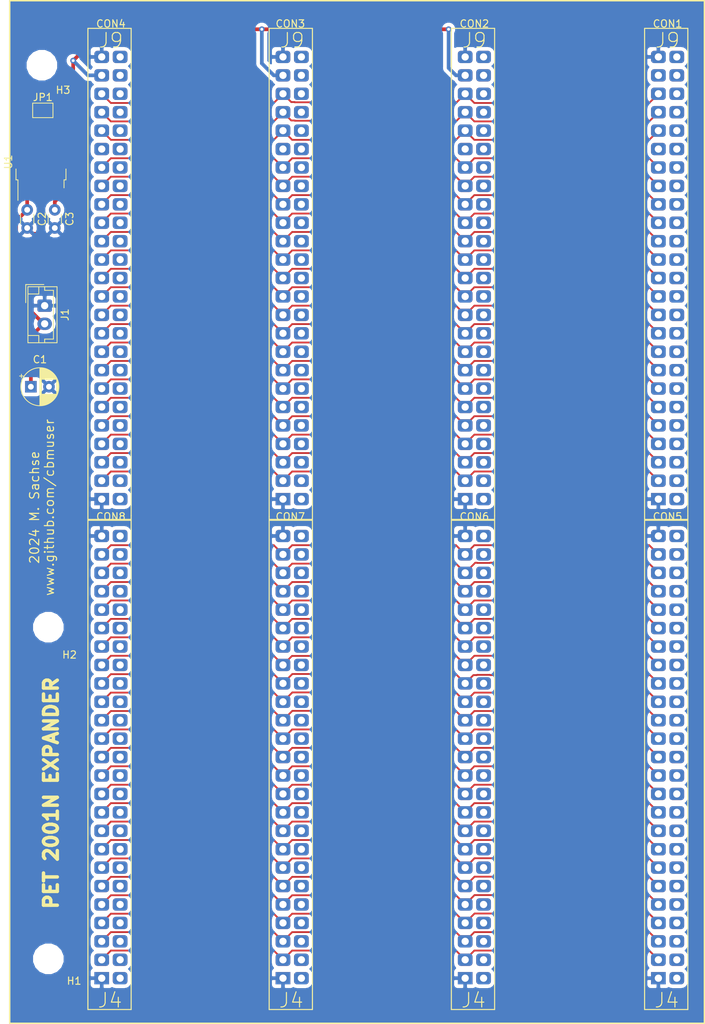
<source format=kicad_pcb>
(kicad_pcb (version 20171130) (host pcbnew 5.0.2+dfsg1-1+deb10u1)
  (layers (0 F.Cu signal) (31 B.Cu signal) (34 B.Paste user) (35 F.Paste user) (36 B.SilkS user) (37 F.SilkS user) (38 B.Mask user) (39 F.Mask user) (44 Edge.Cuts user))
  (net 0 "")
  (net 1 BD6)
  (net 2 RAS)
  (net 3 BD0)
  (net 4 GND)
  (net 5 SEL7)
  (net 6 BD3)
  (net 7 RDY)
  (net 8 SELB)
  (net 9 BD2)
  (net 10 NMI)
  (net 11 BD7)
  (net 12 BD4)
  (net 13 SELA)
  (net 14 RES)
  (net 15 SEL4)
  (net 16 SEL8)
  (net 17 BD5)
  (net 18 SEL6)
  (net 19 CAS)
  (net 20 BD1)
  (net 21 SEL3)
  (net 22 SEL9)
  (net 23 SEL5)
  (net 24 SEL2)
  (net 25 "Net-(CON2-Pad24)")
  (net 26 _RW)
  (net 27 RW_)
  (net 28 PHI2)
  (net 29 "Net-(CON2-Pad20)")
  (net 30 _IRQ)
  (net 31 SYNC)
  (net 32 BA15)
  (net 33 BA14)
  (net 34 BA13)
  (net 35 BA12)
  (net 36 BA11)
  (net 37 BA10)
  (net 38 BA9)
  (net 39 BA8)
  (net 40 BA7)
  (net 41 BA6)
  (net 42 BA5)
  (net 43 BA4)
  (net 44 BA3)
  (net 45 BA2)
  (net 46 BA1)
  (net 47 BA0)
  (net 48 "Net-(CON4-Pad20)")
  (net 49 "Net-(CON6-Pad20)")
  (net 50 "Net-(CON8-Pad20)")
  (net 51 "Net-(C1-Pad1)")
  (net 52 "Net-(C3-Pad1)")
  (module Capacitor_THT:C_Disc_D3.0mm_W1.6mm_P2.50mm (layer F.Cu) (at 64.008 47.879 270)
    (fp_text reference C3 (at 1.25 -2.05 270) (layer F.SilkS))
    (fp_text value C)
    (pad 2 thru_hole circle (at 2.5 0 270) (size 1.6 1.6) (drill 0.8) (layers *.Cu *.Mask) (net 4 GND))
    (pad 1 thru_hole circle (at 0 0 270) (size 1.6 1.6) (drill 0.8) (layers *.Cu *.Mask) (net 52 "Net-(C3-Pad1)"))
  )
  (module Capacitor_THT:C_Disc_D3.0mm_W1.6mm_P2.50mm (layer F.Cu) (at 60.198 47.879 270)
    (fp_text reference C2 (at 1.25 -2.05 270) (layer F.SilkS))
    (fp_text value C)
    (pad 2 thru_hole circle (at 2.5 0 270) (size 1.6 1.6) (drill 0.8) (layers *.Cu *.Mask) (net 4 GND))
    (pad 1 thru_hole circle (at 0 0 270) (size 1.6 1.6) (drill 0.8) (layers *.Cu *.Mask) (net 51 "Net-(C1-Pad1)"))
  )
  (module Jumper:SolderJumper-2_P1.3mm_Open_Pad1.0x1.5mm (layer F.Cu) (at 62.357 34.163)
    (fp_text reference JP1 (at 0 -1.8) (layer F.SilkS))
    (fp_text value Jumper_2_Open)
    (pad 1 smd rect (at -0.65 0) (size 1 1.5) (layers F.Cu F.Mask) (net 51 "Net-(C1-Pad1)"))
    (pad 2 smd rect (at 0.65 0) (size 1 1.5) (layers F.Cu F.Mask) (net 52 "Net-(C3-Pad1)"))
  )
  (module MountingHole:MountingHole_3.2mm_M3 (layer F.Cu) (at 62.23 27.94)
    (fp_text reference H3 (at 2.921 3.429) (layer F.SilkS))
    (fp_text value MountingHole)
    (pad 1 np_thru_hole circle (at 0 0) (size 3.2 3.2) (drill 3.2) (layers *.Cu *.Mask))
  )
  (module MountingHole:MountingHole_3.2mm_M3 (layer F.Cu) (at 63.119 105.41)
    (fp_text reference H2 (at 2.921 3.81) (layer F.SilkS))
    (fp_text value MountingHole)
    (pad 1 np_thru_hole circle (at 0 0) (size 3.2 3.2) (drill 3.2) (layers *.Cu *.Mask))
  )
  (module MountingHole:MountingHole_3.2mm_M3 (layer F.Cu) (at 63.119 151.13)
    (fp_text reference H1 (at 3.556 3.048) (layer F.SilkS))
    (fp_text value MountingHole)
    (pad 1 np_thru_hole circle (at 0 0) (size 3.2 3.2) (drill 3.2) (layers *.Cu *.Mask))
  )
  (module Capacitor_THT:CP_Radial_D5.0mm_P2.50mm (layer F.Cu) (at 60.706 72.263)
    (fp_text reference C1 (at 1.25 -3.75) (layer F.SilkS))
    (fp_text value CP)
    (pad 2 thru_hole circle (at 2.5 0) (size 1.6 1.6) (drill 0.8) (layers *.Cu *.Mask) (net 4 GND))
    (pad 1 thru_hole rect (at 0 0) (size 1.6 1.6) (drill 0.8) (layers *.Cu *.Mask) (net 51 "Net-(C1-Pad1)"))
  )
  (module Package_TO_SOT_SMD:TO-252-2 (layer F.Cu) (at 62.103 41.275 90)
    (fp_text reference U1 (at 0 -4.5 90) (layer F.SilkS))
    (fp_text value LM78M05_TO220)
    (pad 2 smd rect (at 2.1 0 90) (size 6.4 5.8) (layers F.Cu F.Mask) (net 4 GND))
    (pad 3 smd rect (at -4.2 2.28 90) (size 2.2 1.2) (layers F.Cu F.Paste F.Mask) (net 52 "Net-(C3-Pad1)"))
    (pad 1 smd rect (at -4.2 -2.28 90) (size 2.2 1.2) (layers F.Cu F.Paste F.Mask) (net 51 "Net-(C1-Pad1)"))
  )
  (module Connector_JST:JST_EH_B02B-EH-A_1x02_P2.50mm_Vertical (layer F.Cu) (at 62.611 61.087 270)
    (fp_text reference J1 (at 1.25 -2.8 270) (layer F.SilkS))
    (fp_text value Conn_01x02)
    (pad 2 thru_hole oval (at 2.5 0 270) (size 1.7 2) (drill 1) (layers *.Cu *.Mask) (net 51 "Net-(C1-Pad1)"))
    (pad 1 thru_hole roundrect (at 0 0 270) (size 1.7 2) (drill 1) (layers *.Cu *.Mask) (roundrect_rratio 0.147059) (net 4 GND))
  )
  (module pet:PET_EXPANSION_J4 (layer F.Cu) (at 74.676 90.678)
    (fp_text reference CON8 (at -2.921 -0.508) (layer F.SilkS))
    (fp_text value Expansion_J4)
    (fp_text user J4 (at -3.048 66.167) (layer F.SilkS) (effects (font (size 2 2))))
    (pad GND thru_hole roundrect (at -1.651 30.099) (size 2.032 1.7) (drill 1) (layers *.Cu *.Mask))
    (pad GND thru_hole roundrect (at -1.651 37.719) (size 2.032 1.7) (drill 1) (layers *.Cu *.Mask))
    (pad 10 thru_hole roundrect (at -4.191 40.259) (size 2.032 1.7) (drill 1) (layers *.Cu *.Mask) (net 24 SEL2))
    (pad GND thru_hole roundrect (at -1.651 42.799) (size 2.032 1.7) (drill 1) (layers *.Cu *.Mask))
    (pad 13 thru_hole roundrect (at -4.191 32.639) (size 2.032 1.7) (drill 1) (layers *.Cu *.Mask) (net 23 SEL5))
    (pad 17 thru_hole roundrect (at -4.191 22.479) (size 2.032 1.7) (drill 1) (layers *.Cu *.Mask) (net 22 SEL9))
    (pad 11 thru_hole roundrect (at -4.191 37.719) (size 2.032 1.7) (drill 1) (layers *.Cu *.Mask) (net 21 SEL3))
    (pad GND thru_hole roundrect (at -1.651 55.499) (size 2.032 1.7) (drill 1) (layers *.Cu *.Mask))
    (pad 1 thru_hole rect (at -4.191 63.119) (size 2.032 1.7) (drill 1) (layers *.Cu *.Mask) (net 4 GND))
    (pad GND thru_hole roundrect (at -1.651 27.559) (size 2.032 1.7) (drill 1) (layers *.Cu *.Mask))
    (pad GND thru_hole roundrect (at -1.651 12.319) (size 2.032 1.7) (drill 1) (layers *.Cu *.Mask))
    (pad GND thru_hole roundrect (at -1.651 19.939) (size 2.032 1.7) (drill 1) (layers *.Cu *.Mask))
    (pad 3 thru_hole roundrect (at -4.191 58.039) (size 2.032 1.7) (drill 1) (layers *.Cu *.Mask) (net 20 BD1))
    (pad GND thru_hole roundrect (at -1.651 47.879) (size 2.032 1.7) (drill 1) (layers *.Cu *.Mask))
    (pad 21 thru_hole roundrect (at -4.191 12.319) (size 2.032 1.7) (drill 1) (layers *.Cu *.Mask) (net 19 CAS))
    (pad GND thru_hole roundrect (at -1.651 35.179) (size 2.032 1.7) (drill 1) (layers *.Cu *.Mask))
    (pad 14 thru_hole roundrect (at -4.191 30.099) (size 2.032 1.7) (drill 1) (layers *.Cu *.Mask) (net 18 SEL6))
    (pad GND thru_hole roundrect (at -1.651 60.579) (size 2.032 1.7) (drill 1) (layers *.Cu *.Mask))
    (pad 7 thru_hole roundrect (at -4.191 47.879) (size 2.032 1.7) (drill 1) (layers *.Cu *.Mask) (net 17 BD5))
    (pad 16 thru_hole roundrect (at -4.191 25.019) (size 2.032 1.7) (drill 1) (layers *.Cu *.Mask) (net 16 SEL8))
    (pad GND thru_hole roundrect (at -1.651 63.119) (size 2.032 1.7) (drill 1) (layers *.Cu *.Mask))
    (pad 12 thru_hole roundrect (at -4.191 35.179) (size 2.032 1.7) (drill 1) (layers *.Cu *.Mask) (net 15 SEL4))
    (pad GND thru_hole roundrect (at -1.651 2.159) (size 2.032 1.7) (drill 1) (layers *.Cu *.Mask))
    (pad 22 thru_hole roundrect (at -4.191 9.779) (size 2.032 1.7) (drill 1) (layers *.Cu *.Mask) (net 14 RES))
    (pad 18 thru_hole roundrect (at -4.191 19.939) (size 2.032 1.7) (drill 1) (layers *.Cu *.Mask) (net 13 SELA))
    (pad GND thru_hole roundrect (at -1.651 25.019) (size 2.032 1.7) (drill 1) (layers *.Cu *.Mask))
    (pad GND thru_hole roundrect (at -1.651 45.339) (size 2.032 1.7) (drill 1) (layers *.Cu *.Mask))
    (pad 6 thru_hole roundrect (at -4.191 50.419) (size 2.032 1.7) (drill 1) (layers *.Cu *.Mask) (net 12 BD4))
    (pad 9 thru_hole roundrect (at -4.191 42.799) (size 2.032 1.7) (drill 1) (layers *.Cu *.Mask) (net 11 BD7))
    (pad GND thru_hole roundrect (at -1.651 4.699) (size 2.032 1.7) (drill 1) (layers *.Cu *.Mask))
    (pad 24 thru_hole roundrect (at -4.191 4.699) (size 2.032 1.7) (drill 1) (layers *.Cu *.Mask) (net 10 NMI))
    (pad GND thru_hole roundrect (at -1.651 52.959) (size 2.032 1.7) (drill 1) (layers *.Cu *.Mask))
    (pad 4 thru_hole roundrect (at -4.191 55.499) (size 2.032 1.7) (drill 1) (layers *.Cu *.Mask) (net 9 BD2))
    (pad 19 thru_hole roundrect (at -4.191 17.399) (size 2.032 1.7) (drill 1) (layers *.Cu *.Mask) (net 8 SELB))
    (pad 23 thru_hole roundrect (at -4.191 7.239) (size 2.032 1.7) (drill 1) (layers *.Cu *.Mask) (net 7 RDY))
    (pad 5 thru_hole roundrect (at -4.191 52.959) (size 2.032 1.7) (drill 1) (layers *.Cu *.Mask) (net 6 BD3))
    (pad GND thru_hole roundrect (at -1.651 17.399) (size 2.032 1.7) (drill 1) (layers *.Cu *.Mask))
    (pad 15 thru_hole roundrect (at -4.191 27.559) (size 2.032 1.7) (drill 1) (layers *.Cu *.Mask) (net 5 SEL7))
    (pad GND thru_hole roundrect (at -1.651 50.419) (size 2.032 1.7) (drill 1) (layers *.Cu *.Mask))
    (pad GND thru_hole roundrect (at -1.651 40.259) (size 2.032 1.7) (drill 1) (layers *.Cu *.Mask))
    (pad GND thru_hole roundrect (at -1.651 9.779) (size 2.032 1.7) (drill 1) (layers *.Cu *.Mask))
    (pad 25 thru_hole roundrect (at -4.191 2.159) (size 2.032 1.7) (drill 1) (layers *.Cu *.Mask) (net 4 GND))
    (pad GND thru_hole roundrect (at -1.651 14.859) (size 2.032 1.7) (drill 1) (layers *.Cu *.Mask))
    (pad 2 thru_hole roundrect (at -4.191 60.579) (size 2.032 1.7) (drill 1) (layers *.Cu *.Mask) (net 3 BD0))
    (pad 20 thru_hole roundrect (at -4.191 14.859) (size 2.032 1.7) (drill 1) (layers *.Cu *.Mask) (net 2 RAS))
    (pad GND thru_hole roundrect (at -1.651 22.479) (size 2.032 1.7) (drill 1) (layers *.Cu *.Mask))
    (pad 8 thru_hole roundrect (at -4.191 45.339) (size 2.032 1.7) (drill 1) (layers *.Cu *.Mask) (net 1 BD6))
    (pad GND thru_hole roundrect (at -1.651 58.039) (size 2.032 1.7) (drill 1) (layers *.Cu *.Mask))
    (pad GND thru_hole roundrect (at -1.651 32.639) (size 2.032 1.7) (drill 1) (layers *.Cu *.Mask))
    (pad GND thru_hole roundrect (at -1.651 7.239) (size 2.032 1.7) (drill 1) (layers *.Cu *.Mask))
  )
  (module pet:PET_EXPANSION_J9 (layer F.Cu) (at 151.765 21.59)
    (fp_text reference CON1 (at -3.175 0.635) (layer F.SilkS))
    (fp_text value Expansion_J9)
    (fp_text user J9 (at -3.175 2.921) (layer F.SilkS) (effects (font (size 2 2))))
    (pad GND thru_hole roundrect (at -1.905 66.167) (size 2.032 1.7) (drill 1) (layers *.Cu *.Mask))
    (pad GND thru_hole roundrect (at -1.905 63.627) (size 2.032 1.7) (drill 1) (layers *.Cu *.Mask))
    (pad GND thru_hole roundrect (at -1.905 61.087) (size 2.032 1.7) (drill 1) (layers *.Cu *.Mask))
    (pad GND thru_hole roundrect (at -1.905 58.547) (size 2.032 1.7) (drill 1) (layers *.Cu *.Mask))
    (pad GND thru_hole roundrect (at -1.905 56.007) (size 2.032 1.7) (drill 1) (layers *.Cu *.Mask))
    (pad GND thru_hole roundrect (at -1.905 53.467) (size 2.032 1.7) (drill 1) (layers *.Cu *.Mask))
    (pad GND thru_hole roundrect (at -1.905 50.927) (size 2.032 1.7) (drill 1) (layers *.Cu *.Mask))
    (pad GND thru_hole roundrect (at -1.905 48.387) (size 2.032 1.7) (drill 1) (layers *.Cu *.Mask))
    (pad GND thru_hole roundrect (at -1.905 45.847) (size 2.032 1.7) (drill 1) (layers *.Cu *.Mask))
    (pad GND thru_hole roundrect (at -1.905 43.307) (size 2.032 1.7) (drill 1) (layers *.Cu *.Mask))
    (pad GND thru_hole roundrect (at -1.905 40.767) (size 2.032 1.7) (drill 1) (layers *.Cu *.Mask))
    (pad GND thru_hole roundrect (at -1.905 38.227) (size 2.032 1.7) (drill 1) (layers *.Cu *.Mask))
    (pad GND thru_hole roundrect (at -1.905 35.687) (size 2.032 1.7) (drill 1) (layers *.Cu *.Mask))
    (pad GND thru_hole roundrect (at -1.905 33.147) (size 2.032 1.7) (drill 1) (layers *.Cu *.Mask))
    (pad GND thru_hole roundrect (at -1.905 30.607) (size 2.032 1.7) (drill 1) (layers *.Cu *.Mask))
    (pad GND thru_hole roundrect (at -1.905 28.067) (size 2.032 1.7) (drill 1) (layers *.Cu *.Mask))
    (pad GND thru_hole roundrect (at -1.905 25.527) (size 2.032 1.7) (drill 1) (layers *.Cu *.Mask))
    (pad GND thru_hole roundrect (at -1.905 22.987) (size 2.032 1.7) (drill 1) (layers *.Cu *.Mask))
    (pad GND thru_hole roundrect (at -1.905 20.447) (size 2.032 1.7) (drill 1) (layers *.Cu *.Mask))
    (pad 1 thru_hole rect (at -4.445 66.167) (size 2.032 1.7) (drill 1) (layers *.Cu *.Mask) (net 4 GND))
    (pad 2 thru_hole roundrect (at -4.445 63.627) (size 2.032 1.7) (drill 1) (layers *.Cu *.Mask) (net 47 BA0))
    (pad 3 thru_hole roundrect (at -4.445 61.087) (size 2.032 1.7) (drill 1) (layers *.Cu *.Mask) (net 46 BA1))
    (pad 4 thru_hole roundrect (at -4.445 58.547) (size 2.032 1.7) (drill 1) (layers *.Cu *.Mask) (net 45 BA2))
    (pad 5 thru_hole roundrect (at -4.445 56.007) (size 2.032 1.7) (drill 1) (layers *.Cu *.Mask) (net 44 BA3))
    (pad 6 thru_hole roundrect (at -4.445 53.467) (size 2.032 1.7) (drill 1) (layers *.Cu *.Mask) (net 43 BA4))
    (pad 7 thru_hole roundrect (at -4.445 50.927) (size 2.032 1.7) (drill 1) (layers *.Cu *.Mask) (net 42 BA5))
    (pad 8 thru_hole roundrect (at -4.445 48.387) (size 2.032 1.7) (drill 1) (layers *.Cu *.Mask) (net 41 BA6))
    (pad 9 thru_hole roundrect (at -4.445 45.847) (size 2.032 1.7) (drill 1) (layers *.Cu *.Mask) (net 40 BA7))
    (pad 10 thru_hole roundrect (at -4.445 43.307) (size 2.032 1.7) (drill 1) (layers *.Cu *.Mask) (net 39 BA8))
    (pad 11 thru_hole roundrect (at -4.445 40.767) (size 2.032 1.7) (drill 1) (layers *.Cu *.Mask) (net 38 BA9))
    (pad 12 thru_hole roundrect (at -4.445 38.227) (size 2.032 1.7) (drill 1) (layers *.Cu *.Mask) (net 37 BA10))
    (pad 13 thru_hole roundrect (at -4.445 35.687) (size 2.032 1.7) (drill 1) (layers *.Cu *.Mask) (net 36 BA11))
    (pad 14 thru_hole roundrect (at -4.445 33.147) (size 2.032 1.7) (drill 1) (layers *.Cu *.Mask) (net 35 BA12))
    (pad 15 thru_hole roundrect (at -4.445 30.607) (size 2.032 1.7) (drill 1) (layers *.Cu *.Mask) (net 34 BA13))
    (pad 16 thru_hole roundrect (at -4.445 28.067) (size 2.032 1.7) (drill 1) (layers *.Cu *.Mask) (net 33 BA14))
    (pad 17 thru_hole roundrect (at -4.445 25.527) (size 2.032 1.7) (drill 1) (layers *.Cu *.Mask) (net 32 BA15))
    (pad 18 thru_hole roundrect (at -4.445 22.987) (size 2.032 1.7) (drill 1) (layers *.Cu *.Mask) (net 31 SYNC))
    (pad 19 thru_hole roundrect (at -4.445 20.447) (size 2.032 1.7) (drill 1) (layers *.Cu *.Mask) (net 30 _IRQ))
    (pad 20 thru_hole roundrect (at -4.445 17.907) (size 2.032 1.7) (drill 1) (layers *.Cu *.Mask) (net 29 "Net-(CON2-Pad20)"))
    (pad GND thru_hole roundrect (at -1.905 17.907) (size 2.032 1.7) (drill 1) (layers *.Cu *.Mask))
    (pad GND thru_hole roundrect (at -1.905 15.367) (size 2.032 1.7) (drill 1) (layers *.Cu *.Mask))
    (pad GND thru_hole roundrect (at -1.905 12.827) (size 2.032 1.7) (drill 1) (layers *.Cu *.Mask))
    (pad GND thru_hole roundrect (at -1.905 10.287) (size 2.032 1.7) (drill 1) (layers *.Cu *.Mask))
    (pad 94 thru_hole roundrect (at -1.905 7.747) (size 2.032 1.7) (drill 1) (layers *.Cu *.Mask))
    (pad 95 thru_hole roundrect (at -1.905 5.207) (size 2.032 1.7) (drill 1) (layers *.Cu *.Mask))
    (pad 21 thru_hole roundrect (at -4.445 15.367) (size 2.032 1.7) (drill 1) (layers *.Cu *.Mask) (net 28 PHI2))
    (pad 22 thru_hole roundrect (at -4.445 12.827) (size 2.032 1.7) (drill 1) (layers *.Cu *.Mask) (net 27 RW_))
    (pad 23 thru_hole roundrect (at -4.445 10.287) (size 2.032 1.7) (drill 1) (layers *.Cu *.Mask) (net 26 _RW))
    (pad 24 thru_hole roundrect (at -4.445 7.747) (size 2.032 1.7) (drill 1) (layers *.Cu *.Mask) (net 25 "Net-(CON2-Pad24)"))
    (pad 25 thru_hole roundrect (at -4.445 5.207) (size 2.032 1.7) (drill 1) (layers *.Cu *.Mask) (net 4 GND))
  )
  (module pet:PET_EXPANSION_J4 (layer F.Cu) (at 99.695 90.678)
    (fp_text reference CON7 (at -3.175 -0.508) (layer F.SilkS))
    (fp_text value Expansion_J4)
    (fp_text user J4 (at -3.048 66.167) (layer F.SilkS) (effects (font (size 2 2))))
    (pad GND thru_hole roundrect (at -1.651 30.099) (size 2.032 1.7) (drill 1) (layers *.Cu *.Mask))
    (pad GND thru_hole roundrect (at -1.651 37.719) (size 2.032 1.7) (drill 1) (layers *.Cu *.Mask))
    (pad 10 thru_hole roundrect (at -4.191 40.259) (size 2.032 1.7) (drill 1) (layers *.Cu *.Mask) (net 24 SEL2))
    (pad GND thru_hole roundrect (at -1.651 42.799) (size 2.032 1.7) (drill 1) (layers *.Cu *.Mask))
    (pad 13 thru_hole roundrect (at -4.191 32.639) (size 2.032 1.7) (drill 1) (layers *.Cu *.Mask) (net 23 SEL5))
    (pad 17 thru_hole roundrect (at -4.191 22.479) (size 2.032 1.7) (drill 1) (layers *.Cu *.Mask) (net 22 SEL9))
    (pad 11 thru_hole roundrect (at -4.191 37.719) (size 2.032 1.7) (drill 1) (layers *.Cu *.Mask) (net 21 SEL3))
    (pad GND thru_hole roundrect (at -1.651 55.499) (size 2.032 1.7) (drill 1) (layers *.Cu *.Mask))
    (pad 1 thru_hole rect (at -4.191 63.119) (size 2.032 1.7) (drill 1) (layers *.Cu *.Mask) (net 4 GND))
    (pad GND thru_hole roundrect (at -1.651 27.559) (size 2.032 1.7) (drill 1) (layers *.Cu *.Mask))
    (pad GND thru_hole roundrect (at -1.651 12.319) (size 2.032 1.7) (drill 1) (layers *.Cu *.Mask))
    (pad GND thru_hole roundrect (at -1.651 19.939) (size 2.032 1.7) (drill 1) (layers *.Cu *.Mask))
    (pad 3 thru_hole roundrect (at -4.191 58.039) (size 2.032 1.7) (drill 1) (layers *.Cu *.Mask) (net 20 BD1))
    (pad GND thru_hole roundrect (at -1.651 47.879) (size 2.032 1.7) (drill 1) (layers *.Cu *.Mask))
    (pad 21 thru_hole roundrect (at -4.191 12.319) (size 2.032 1.7) (drill 1) (layers *.Cu *.Mask) (net 19 CAS))
    (pad GND thru_hole roundrect (at -1.651 35.179) (size 2.032 1.7) (drill 1) (layers *.Cu *.Mask))
    (pad 14 thru_hole roundrect (at -4.191 30.099) (size 2.032 1.7) (drill 1) (layers *.Cu *.Mask) (net 18 SEL6))
    (pad GND thru_hole roundrect (at -1.651 60.579) (size 2.032 1.7) (drill 1) (layers *.Cu *.Mask))
    (pad 7 thru_hole roundrect (at -4.191 47.879) (size 2.032 1.7) (drill 1) (layers *.Cu *.Mask) (net 17 BD5))
    (pad 16 thru_hole roundrect (at -4.191 25.019) (size 2.032 1.7) (drill 1) (layers *.Cu *.Mask) (net 16 SEL8))
    (pad GND thru_hole roundrect (at -1.651 63.119) (size 2.032 1.7) (drill 1) (layers *.Cu *.Mask))
    (pad 12 thru_hole roundrect (at -4.191 35.179) (size 2.032 1.7) (drill 1) (layers *.Cu *.Mask) (net 15 SEL4))
    (pad GND thru_hole roundrect (at -1.651 2.159) (size 2.032 1.7) (drill 1) (layers *.Cu *.Mask))
    (pad 22 thru_hole roundrect (at -4.191 9.779) (size 2.032 1.7) (drill 1) (layers *.Cu *.Mask) (net 14 RES))
    (pad 18 thru_hole roundrect (at -4.191 19.939) (size 2.032 1.7) (drill 1) (layers *.Cu *.Mask) (net 13 SELA))
    (pad GND thru_hole roundrect (at -1.651 25.019) (size 2.032 1.7) (drill 1) (layers *.Cu *.Mask))
    (pad GND thru_hole roundrect (at -1.651 45.339) (size 2.032 1.7) (drill 1) (layers *.Cu *.Mask))
    (pad 6 thru_hole roundrect (at -4.191 50.419) (size 2.032 1.7) (drill 1) (layers *.Cu *.Mask) (net 12 BD4))
    (pad 9 thru_hole roundrect (at -4.191 42.799) (size 2.032 1.7) (drill 1) (layers *.Cu *.Mask) (net 11 BD7))
    (pad GND thru_hole roundrect (at -1.651 4.699) (size 2.032 1.7) (drill 1) (layers *.Cu *.Mask))
    (pad 24 thru_hole roundrect (at -4.191 4.699) (size 2.032 1.7) (drill 1) (layers *.Cu *.Mask) (net 10 NMI))
    (pad GND thru_hole roundrect (at -1.651 52.959) (size 2.032 1.7) (drill 1) (layers *.Cu *.Mask))
    (pad 4 thru_hole roundrect (at -4.191 55.499) (size 2.032 1.7) (drill 1) (layers *.Cu *.Mask) (net 9 BD2))
    (pad 19 thru_hole roundrect (at -4.191 17.399) (size 2.032 1.7) (drill 1) (layers *.Cu *.Mask) (net 8 SELB))
    (pad 23 thru_hole roundrect (at -4.191 7.239) (size 2.032 1.7) (drill 1) (layers *.Cu *.Mask) (net 7 RDY))
    (pad 5 thru_hole roundrect (at -4.191 52.959) (size 2.032 1.7) (drill 1) (layers *.Cu *.Mask) (net 6 BD3))
    (pad GND thru_hole roundrect (at -1.651 17.399) (size 2.032 1.7) (drill 1) (layers *.Cu *.Mask))
    (pad 15 thru_hole roundrect (at -4.191 27.559) (size 2.032 1.7) (drill 1) (layers *.Cu *.Mask) (net 5 SEL7))
    (pad GND thru_hole roundrect (at -1.651 50.419) (size 2.032 1.7) (drill 1) (layers *.Cu *.Mask))
    (pad GND thru_hole roundrect (at -1.651 40.259) (size 2.032 1.7) (drill 1) (layers *.Cu *.Mask))
    (pad GND thru_hole roundrect (at -1.651 9.779) (size 2.032 1.7) (drill 1) (layers *.Cu *.Mask))
    (pad 25 thru_hole roundrect (at -4.191 2.159) (size 2.032 1.7) (drill 1) (layers *.Cu *.Mask) (net 4 GND))
    (pad GND thru_hole roundrect (at -1.651 14.859) (size 2.032 1.7) (drill 1) (layers *.Cu *.Mask))
    (pad 2 thru_hole roundrect (at -4.191 60.579) (size 2.032 1.7) (drill 1) (layers *.Cu *.Mask) (net 3 BD0))
    (pad 20 thru_hole roundrect (at -4.191 14.859) (size 2.032 1.7) (drill 1) (layers *.Cu *.Mask) (net 2 RAS))
    (pad GND thru_hole roundrect (at -1.651 22.479) (size 2.032 1.7) (drill 1) (layers *.Cu *.Mask))
    (pad 8 thru_hole roundrect (at -4.191 45.339) (size 2.032 1.7) (drill 1) (layers *.Cu *.Mask) (net 1 BD6))
    (pad GND thru_hole roundrect (at -1.651 58.039) (size 2.032 1.7) (drill 1) (layers *.Cu *.Mask))
    (pad GND thru_hole roundrect (at -1.651 32.639) (size 2.032 1.7) (drill 1) (layers *.Cu *.Mask))
    (pad GND thru_hole roundrect (at -1.651 7.239) (size 2.032 1.7) (drill 1) (layers *.Cu *.Mask))
  )
  (module pet:PET_EXPANSION_J9 (layer F.Cu) (at 74.93 21.59)
    (fp_text reference CON4 (at -3.175 0.635) (layer F.SilkS))
    (fp_text value Expansion_J9)
    (fp_text user J9 (at -3.175 2.921) (layer F.SilkS) (effects (font (size 2 2))))
    (pad GND thru_hole roundrect (at -1.905 66.167) (size 2.032 1.7) (drill 1) (layers *.Cu *.Mask))
    (pad GND thru_hole roundrect (at -1.905 63.627) (size 2.032 1.7) (drill 1) (layers *.Cu *.Mask))
    (pad GND thru_hole roundrect (at -1.905 61.087) (size 2.032 1.7) (drill 1) (layers *.Cu *.Mask))
    (pad GND thru_hole roundrect (at -1.905 58.547) (size 2.032 1.7) (drill 1) (layers *.Cu *.Mask))
    (pad GND thru_hole roundrect (at -1.905 56.007) (size 2.032 1.7) (drill 1) (layers *.Cu *.Mask))
    (pad GND thru_hole roundrect (at -1.905 53.467) (size 2.032 1.7) (drill 1) (layers *.Cu *.Mask))
    (pad GND thru_hole roundrect (at -1.905 50.927) (size 2.032 1.7) (drill 1) (layers *.Cu *.Mask))
    (pad GND thru_hole roundrect (at -1.905 48.387) (size 2.032 1.7) (drill 1) (layers *.Cu *.Mask))
    (pad GND thru_hole roundrect (at -1.905 45.847) (size 2.032 1.7) (drill 1) (layers *.Cu *.Mask))
    (pad GND thru_hole roundrect (at -1.905 43.307) (size 2.032 1.7) (drill 1) (layers *.Cu *.Mask))
    (pad GND thru_hole roundrect (at -1.905 40.767) (size 2.032 1.7) (drill 1) (layers *.Cu *.Mask))
    (pad GND thru_hole roundrect (at -1.905 38.227) (size 2.032 1.7) (drill 1) (layers *.Cu *.Mask))
    (pad GND thru_hole roundrect (at -1.905 35.687) (size 2.032 1.7) (drill 1) (layers *.Cu *.Mask))
    (pad GND thru_hole roundrect (at -1.905 33.147) (size 2.032 1.7) (drill 1) (layers *.Cu *.Mask))
    (pad GND thru_hole roundrect (at -1.905 30.607) (size 2.032 1.7) (drill 1) (layers *.Cu *.Mask))
    (pad GND thru_hole roundrect (at -1.905 28.067) (size 2.032 1.7) (drill 1) (layers *.Cu *.Mask))
    (pad GND thru_hole roundrect (at -1.905 25.527) (size 2.032 1.7) (drill 1) (layers *.Cu *.Mask))
    (pad GND thru_hole roundrect (at -1.905 22.987) (size 2.032 1.7) (drill 1) (layers *.Cu *.Mask))
    (pad GND thru_hole roundrect (at -1.905 20.447) (size 2.032 1.7) (drill 1) (layers *.Cu *.Mask))
    (pad 1 thru_hole rect (at -4.445 66.167) (size 2.032 1.7) (drill 1) (layers *.Cu *.Mask) (net 4 GND))
    (pad 2 thru_hole roundrect (at -4.445 63.627) (size 2.032 1.7) (drill 1) (layers *.Cu *.Mask) (net 47 BA0))
    (pad 3 thru_hole roundrect (at -4.445 61.087) (size 2.032 1.7) (drill 1) (layers *.Cu *.Mask) (net 46 BA1))
    (pad 4 thru_hole roundrect (at -4.445 58.547) (size 2.032 1.7) (drill 1) (layers *.Cu *.Mask) (net 45 BA2))
    (pad 5 thru_hole roundrect (at -4.445 56.007) (size 2.032 1.7) (drill 1) (layers *.Cu *.Mask) (net 44 BA3))
    (pad 6 thru_hole roundrect (at -4.445 53.467) (size 2.032 1.7) (drill 1) (layers *.Cu *.Mask) (net 43 BA4))
    (pad 7 thru_hole roundrect (at -4.445 50.927) (size 2.032 1.7) (drill 1) (layers *.Cu *.Mask) (net 42 BA5))
    (pad 8 thru_hole roundrect (at -4.445 48.387) (size 2.032 1.7) (drill 1) (layers *.Cu *.Mask) (net 41 BA6))
    (pad 9 thru_hole roundrect (at -4.445 45.847) (size 2.032 1.7) (drill 1) (layers *.Cu *.Mask) (net 40 BA7))
    (pad 10 thru_hole roundrect (at -4.445 43.307) (size 2.032 1.7) (drill 1) (layers *.Cu *.Mask) (net 39 BA8))
    (pad 11 thru_hole roundrect (at -4.445 40.767) (size 2.032 1.7) (drill 1) (layers *.Cu *.Mask) (net 38 BA9))
    (pad 12 thru_hole roundrect (at -4.445 38.227) (size 2.032 1.7) (drill 1) (layers *.Cu *.Mask) (net 37 BA10))
    (pad 13 thru_hole roundrect (at -4.445 35.687) (size 2.032 1.7) (drill 1) (layers *.Cu *.Mask) (net 36 BA11))
    (pad 14 thru_hole roundrect (at -4.445 33.147) (size 2.032 1.7) (drill 1) (layers *.Cu *.Mask) (net 35 BA12))
    (pad 15 thru_hole roundrect (at -4.445 30.607) (size 2.032 1.7) (drill 1) (layers *.Cu *.Mask) (net 34 BA13))
    (pad 16 thru_hole roundrect (at -4.445 28.067) (size 2.032 1.7) (drill 1) (layers *.Cu *.Mask) (net 33 BA14))
    (pad 17 thru_hole roundrect (at -4.445 25.527) (size 2.032 1.7) (drill 1) (layers *.Cu *.Mask) (net 32 BA15))
    (pad 18 thru_hole roundrect (at -4.445 22.987) (size 2.032 1.7) (drill 1) (layers *.Cu *.Mask) (net 31 SYNC))
    (pad 19 thru_hole roundrect (at -4.445 20.447) (size 2.032 1.7) (drill 1) (layers *.Cu *.Mask) (net 30 _IRQ))
    (pad 20 thru_hole roundrect (at -4.445 17.907) (size 2.032 1.7) (drill 1) (layers *.Cu *.Mask) (net 48 "Net-(CON4-Pad20)"))
    (pad GND thru_hole roundrect (at -1.905 17.907) (size 2.032 1.7) (drill 1) (layers *.Cu *.Mask))
    (pad GND thru_hole roundrect (at -1.905 15.367) (size 2.032 1.7) (drill 1) (layers *.Cu *.Mask))
    (pad GND thru_hole roundrect (at -1.905 12.827) (size 2.032 1.7) (drill 1) (layers *.Cu *.Mask))
    (pad GND thru_hole roundrect (at -1.905 10.287) (size 2.032 1.7) (drill 1) (layers *.Cu *.Mask))
    (pad 94 thru_hole roundrect (at -1.905 7.747) (size 2.032 1.7) (drill 1) (layers *.Cu *.Mask))
    (pad 95 thru_hole roundrect (at -1.905 5.207) (size 2.032 1.7) (drill 1) (layers *.Cu *.Mask))
    (pad 21 thru_hole roundrect (at -4.445 15.367) (size 2.032 1.7) (drill 1) (layers *.Cu *.Mask) (net 28 PHI2))
    (pad 22 thru_hole roundrect (at -4.445 12.827) (size 2.032 1.7) (drill 1) (layers *.Cu *.Mask) (net 27 RW_))
    (pad 23 thru_hole roundrect (at -4.445 10.287) (size 2.032 1.7) (drill 1) (layers *.Cu *.Mask) (net 26 _RW))
    (pad 24 thru_hole roundrect (at -4.445 7.747) (size 2.032 1.7) (drill 1) (layers *.Cu *.Mask) (net 52 "Net-(C3-Pad1)"))
    (pad 25 thru_hole roundrect (at -4.445 5.207) (size 2.032 1.7) (drill 1) (layers *.Cu *.Mask) (net 4 GND))
  )
  (module pet:PET_EXPANSION_J4 (layer F.Cu) (at 124.841 90.678)
    (fp_text reference CON6 (at -2.921 -0.508) (layer F.SilkS))
    (fp_text value Expansion_J4)
    (fp_text user J4 (at -3.048 66.167) (layer F.SilkS) (effects (font (size 2 2))))
    (pad GND thru_hole roundrect (at -1.651 30.099) (size 2.032 1.7) (drill 1) (layers *.Cu *.Mask))
    (pad GND thru_hole roundrect (at -1.651 37.719) (size 2.032 1.7) (drill 1) (layers *.Cu *.Mask))
    (pad 10 thru_hole roundrect (at -4.191 40.259) (size 2.032 1.7) (drill 1) (layers *.Cu *.Mask) (net 24 SEL2))
    (pad GND thru_hole roundrect (at -1.651 42.799) (size 2.032 1.7) (drill 1) (layers *.Cu *.Mask))
    (pad 13 thru_hole roundrect (at -4.191 32.639) (size 2.032 1.7) (drill 1) (layers *.Cu *.Mask) (net 23 SEL5))
    (pad 17 thru_hole roundrect (at -4.191 22.479) (size 2.032 1.7) (drill 1) (layers *.Cu *.Mask) (net 22 SEL9))
    (pad 11 thru_hole roundrect (at -4.191 37.719) (size 2.032 1.7) (drill 1) (layers *.Cu *.Mask) (net 21 SEL3))
    (pad GND thru_hole roundrect (at -1.651 55.499) (size 2.032 1.7) (drill 1) (layers *.Cu *.Mask))
    (pad 1 thru_hole rect (at -4.191 63.119) (size 2.032 1.7) (drill 1) (layers *.Cu *.Mask) (net 4 GND))
    (pad GND thru_hole roundrect (at -1.651 27.559) (size 2.032 1.7) (drill 1) (layers *.Cu *.Mask))
    (pad GND thru_hole roundrect (at -1.651 12.319) (size 2.032 1.7) (drill 1) (layers *.Cu *.Mask))
    (pad GND thru_hole roundrect (at -1.651 19.939) (size 2.032 1.7) (drill 1) (layers *.Cu *.Mask))
    (pad 3 thru_hole roundrect (at -4.191 58.039) (size 2.032 1.7) (drill 1) (layers *.Cu *.Mask) (net 20 BD1))
    (pad GND thru_hole roundrect (at -1.651 47.879) (size 2.032 1.7) (drill 1) (layers *.Cu *.Mask))
    (pad 21 thru_hole roundrect (at -4.191 12.319) (size 2.032 1.7) (drill 1) (layers *.Cu *.Mask) (net 19 CAS))
    (pad GND thru_hole roundrect (at -1.651 35.179) (size 2.032 1.7) (drill 1) (layers *.Cu *.Mask))
    (pad 14 thru_hole roundrect (at -4.191 30.099) (size 2.032 1.7) (drill 1) (layers *.Cu *.Mask) (net 18 SEL6))
    (pad GND thru_hole roundrect (at -1.651 60.579) (size 2.032 1.7) (drill 1) (layers *.Cu *.Mask))
    (pad 7 thru_hole roundrect (at -4.191 47.879) (size 2.032 1.7) (drill 1) (layers *.Cu *.Mask) (net 17 BD5))
    (pad 16 thru_hole roundrect (at -4.191 25.019) (size 2.032 1.7) (drill 1) (layers *.Cu *.Mask) (net 16 SEL8))
    (pad GND thru_hole roundrect (at -1.651 63.119) (size 2.032 1.7) (drill 1) (layers *.Cu *.Mask))
    (pad 12 thru_hole roundrect (at -4.191 35.179) (size 2.032 1.7) (drill 1) (layers *.Cu *.Mask) (net 15 SEL4))
    (pad GND thru_hole roundrect (at -1.651 2.159) (size 2.032 1.7) (drill 1) (layers *.Cu *.Mask))
    (pad 22 thru_hole roundrect (at -4.191 9.779) (size 2.032 1.7) (drill 1) (layers *.Cu *.Mask) (net 14 RES))
    (pad 18 thru_hole roundrect (at -4.191 19.939) (size 2.032 1.7) (drill 1) (layers *.Cu *.Mask) (net 13 SELA))
    (pad GND thru_hole roundrect (at -1.651 25.019) (size 2.032 1.7) (drill 1) (layers *.Cu *.Mask))
    (pad GND thru_hole roundrect (at -1.651 45.339) (size 2.032 1.7) (drill 1) (layers *.Cu *.Mask))
    (pad 6 thru_hole roundrect (at -4.191 50.419) (size 2.032 1.7) (drill 1) (layers *.Cu *.Mask) (net 12 BD4))
    (pad 9 thru_hole roundrect (at -4.191 42.799) (size 2.032 1.7) (drill 1) (layers *.Cu *.Mask) (net 11 BD7))
    (pad GND thru_hole roundrect (at -1.651 4.699) (size 2.032 1.7) (drill 1) (layers *.Cu *.Mask))
    (pad 24 thru_hole roundrect (at -4.191 4.699) (size 2.032 1.7) (drill 1) (layers *.Cu *.Mask) (net 10 NMI))
    (pad GND thru_hole roundrect (at -1.651 52.959) (size 2.032 1.7) (drill 1) (layers *.Cu *.Mask))
    (pad 4 thru_hole roundrect (at -4.191 55.499) (size 2.032 1.7) (drill 1) (layers *.Cu *.Mask) (net 9 BD2))
    (pad 19 thru_hole roundrect (at -4.191 17.399) (size 2.032 1.7) (drill 1) (layers *.Cu *.Mask) (net 8 SELB))
    (pad 23 thru_hole roundrect (at -4.191 7.239) (size 2.032 1.7) (drill 1) (layers *.Cu *.Mask) (net 7 RDY))
    (pad 5 thru_hole roundrect (at -4.191 52.959) (size 2.032 1.7) (drill 1) (layers *.Cu *.Mask) (net 6 BD3))
    (pad GND thru_hole roundrect (at -1.651 17.399) (size 2.032 1.7) (drill 1) (layers *.Cu *.Mask))
    (pad 15 thru_hole roundrect (at -4.191 27.559) (size 2.032 1.7) (drill 1) (layers *.Cu *.Mask) (net 5 SEL7))
    (pad GND thru_hole roundrect (at -1.651 50.419) (size 2.032 1.7) (drill 1) (layers *.Cu *.Mask))
    (pad GND thru_hole roundrect (at -1.651 40.259) (size 2.032 1.7) (drill 1) (layers *.Cu *.Mask))
    (pad GND thru_hole roundrect (at -1.651 9.779) (size 2.032 1.7) (drill 1) (layers *.Cu *.Mask))
    (pad 25 thru_hole roundrect (at -4.191 2.159) (size 2.032 1.7) (drill 1) (layers *.Cu *.Mask) (net 4 GND))
    (pad GND thru_hole roundrect (at -1.651 14.859) (size 2.032 1.7) (drill 1) (layers *.Cu *.Mask))
    (pad 2 thru_hole roundrect (at -4.191 60.579) (size 2.032 1.7) (drill 1) (layers *.Cu *.Mask) (net 3 BD0))
    (pad 20 thru_hole roundrect (at -4.191 14.859) (size 2.032 1.7) (drill 1) (layers *.Cu *.Mask) (net 2 RAS))
    (pad GND thru_hole roundrect (at -1.651 22.479) (size 2.032 1.7) (drill 1) (layers *.Cu *.Mask))
    (pad 8 thru_hole roundrect (at -4.191 45.339) (size 2.032 1.7) (drill 1) (layers *.Cu *.Mask) (net 1 BD6))
    (pad GND thru_hole roundrect (at -1.651 58.039) (size 2.032 1.7) (drill 1) (layers *.Cu *.Mask))
    (pad GND thru_hole roundrect (at -1.651 32.639) (size 2.032 1.7) (drill 1) (layers *.Cu *.Mask))
    (pad GND thru_hole roundrect (at -1.651 7.239) (size 2.032 1.7) (drill 1) (layers *.Cu *.Mask))
  )
  (module pet:PET_EXPANSION_J9 (layer F.Cu) (at 99.949 21.59)
    (fp_text reference CON3 (at -3.429 0.635) (layer F.SilkS))
    (fp_text value Expansion_J9)
    (fp_text user J9 (at -3.175 2.921) (layer F.SilkS) (effects (font (size 2 2))))
    (pad GND thru_hole roundrect (at -1.905 66.167) (size 2.032 1.7) (drill 1) (layers *.Cu *.Mask))
    (pad GND thru_hole roundrect (at -1.905 63.627) (size 2.032 1.7) (drill 1) (layers *.Cu *.Mask))
    (pad GND thru_hole roundrect (at -1.905 61.087) (size 2.032 1.7) (drill 1) (layers *.Cu *.Mask))
    (pad GND thru_hole roundrect (at -1.905 58.547) (size 2.032 1.7) (drill 1) (layers *.Cu *.Mask))
    (pad GND thru_hole roundrect (at -1.905 56.007) (size 2.032 1.7) (drill 1) (layers *.Cu *.Mask))
    (pad GND thru_hole roundrect (at -1.905 53.467) (size 2.032 1.7) (drill 1) (layers *.Cu *.Mask))
    (pad GND thru_hole roundrect (at -1.905 50.927) (size 2.032 1.7) (drill 1) (layers *.Cu *.Mask))
    (pad GND thru_hole roundrect (at -1.905 48.387) (size 2.032 1.7) (drill 1) (layers *.Cu *.Mask))
    (pad GND thru_hole roundrect (at -1.905 45.847) (size 2.032 1.7) (drill 1) (layers *.Cu *.Mask))
    (pad GND thru_hole roundrect (at -1.905 43.307) (size 2.032 1.7) (drill 1) (layers *.Cu *.Mask))
    (pad GND thru_hole roundrect (at -1.905 40.767) (size 2.032 1.7) (drill 1) (layers *.Cu *.Mask))
    (pad GND thru_hole roundrect (at -1.905 38.227) (size 2.032 1.7) (drill 1) (layers *.Cu *.Mask))
    (pad GND thru_hole roundrect (at -1.905 35.687) (size 2.032 1.7) (drill 1) (layers *.Cu *.Mask))
    (pad GND thru_hole roundrect (at -1.905 33.147) (size 2.032 1.7) (drill 1) (layers *.Cu *.Mask))
    (pad GND thru_hole roundrect (at -1.905 30.607) (size 2.032 1.7) (drill 1) (layers *.Cu *.Mask))
    (pad GND thru_hole roundrect (at -1.905 28.067) (size 2.032 1.7) (drill 1) (layers *.Cu *.Mask))
    (pad GND thru_hole roundrect (at -1.905 25.527) (size 2.032 1.7) (drill 1) (layers *.Cu *.Mask))
    (pad GND thru_hole roundrect (at -1.905 22.987) (size 2.032 1.7) (drill 1) (layers *.Cu *.Mask))
    (pad GND thru_hole roundrect (at -1.905 20.447) (size 2.032 1.7) (drill 1) (layers *.Cu *.Mask))
    (pad 1 thru_hole rect (at -4.445 66.167) (size 2.032 1.7) (drill 1) (layers *.Cu *.Mask) (net 4 GND))
    (pad 2 thru_hole roundrect (at -4.445 63.627) (size 2.032 1.7) (drill 1) (layers *.Cu *.Mask) (net 47 BA0))
    (pad 3 thru_hole roundrect (at -4.445 61.087) (size 2.032 1.7) (drill 1) (layers *.Cu *.Mask) (net 46 BA1))
    (pad 4 thru_hole roundrect (at -4.445 58.547) (size 2.032 1.7) (drill 1) (layers *.Cu *.Mask) (net 45 BA2))
    (pad 5 thru_hole roundrect (at -4.445 56.007) (size 2.032 1.7) (drill 1) (layers *.Cu *.Mask) (net 44 BA3))
    (pad 6 thru_hole roundrect (at -4.445 53.467) (size 2.032 1.7) (drill 1) (layers *.Cu *.Mask) (net 43 BA4))
    (pad 7 thru_hole roundrect (at -4.445 50.927) (size 2.032 1.7) (drill 1) (layers *.Cu *.Mask) (net 42 BA5))
    (pad 8 thru_hole roundrect (at -4.445 48.387) (size 2.032 1.7) (drill 1) (layers *.Cu *.Mask) (net 41 BA6))
    (pad 9 thru_hole roundrect (at -4.445 45.847) (size 2.032 1.7) (drill 1) (layers *.Cu *.Mask) (net 40 BA7))
    (pad 10 thru_hole roundrect (at -4.445 43.307) (size 2.032 1.7) (drill 1) (layers *.Cu *.Mask) (net 39 BA8))
    (pad 11 thru_hole roundrect (at -4.445 40.767) (size 2.032 1.7) (drill 1) (layers *.Cu *.Mask) (net 38 BA9))
    (pad 12 thru_hole roundrect (at -4.445 38.227) (size 2.032 1.7) (drill 1) (layers *.Cu *.Mask) (net 37 BA10))
    (pad 13 thru_hole roundrect (at -4.445 35.687) (size 2.032 1.7) (drill 1) (layers *.Cu *.Mask) (net 36 BA11))
    (pad 14 thru_hole roundrect (at -4.445 33.147) (size 2.032 1.7) (drill 1) (layers *.Cu *.Mask) (net 35 BA12))
    (pad 15 thru_hole roundrect (at -4.445 30.607) (size 2.032 1.7) (drill 1) (layers *.Cu *.Mask) (net 34 BA13))
    (pad 16 thru_hole roundrect (at -4.445 28.067) (size 2.032 1.7) (drill 1) (layers *.Cu *.Mask) (net 33 BA14))
    (pad 17 thru_hole roundrect (at -4.445 25.527) (size 2.032 1.7) (drill 1) (layers *.Cu *.Mask) (net 32 BA15))
    (pad 18 thru_hole roundrect (at -4.445 22.987) (size 2.032 1.7) (drill 1) (layers *.Cu *.Mask) (net 31 SYNC))
    (pad 19 thru_hole roundrect (at -4.445 20.447) (size 2.032 1.7) (drill 1) (layers *.Cu *.Mask) (net 30 _IRQ))
    (pad 20 thru_hole roundrect (at -4.445 17.907) (size 2.032 1.7) (drill 1) (layers *.Cu *.Mask) (net 49 "Net-(CON6-Pad20)"))
    (pad GND thru_hole roundrect (at -1.905 17.907) (size 2.032 1.7) (drill 1) (layers *.Cu *.Mask))
    (pad GND thru_hole roundrect (at -1.905 15.367) (size 2.032 1.7) (drill 1) (layers *.Cu *.Mask))
    (pad GND thru_hole roundrect (at -1.905 12.827) (size 2.032 1.7) (drill 1) (layers *.Cu *.Mask))
    (pad GND thru_hole roundrect (at -1.905 10.287) (size 2.032 1.7) (drill 1) (layers *.Cu *.Mask))
    (pad 94 thru_hole roundrect (at -1.905 7.747) (size 2.032 1.7) (drill 1) (layers *.Cu *.Mask))
    (pad 95 thru_hole roundrect (at -1.905 5.207) (size 2.032 1.7) (drill 1) (layers *.Cu *.Mask))
    (pad 21 thru_hole roundrect (at -4.445 15.367) (size 2.032 1.7) (drill 1) (layers *.Cu *.Mask) (net 28 PHI2))
    (pad 22 thru_hole roundrect (at -4.445 12.827) (size 2.032 1.7) (drill 1) (layers *.Cu *.Mask) (net 27 RW_))
    (pad 23 thru_hole roundrect (at -4.445 10.287) (size 2.032 1.7) (drill 1) (layers *.Cu *.Mask) (net 26 _RW))
    (pad 24 thru_hole roundrect (at -4.445 7.747) (size 2.032 1.7) (drill 1) (layers *.Cu *.Mask) (net 52 "Net-(C3-Pad1)"))
    (pad 25 thru_hole roundrect (at -4.445 5.207) (size 2.032 1.7) (drill 1) (layers *.Cu *.Mask) (net 4 GND))
  )
  (module pet:PET_EXPANSION_J4 (layer F.Cu) (at 151.511 90.678)
    (fp_text reference CON5 (at -2.921 -0.508) (layer F.SilkS))
    (fp_text value Expansion_J4)
    (fp_text user J4 (at -3.048 66.167) (layer F.SilkS) (effects (font (size 2 2))))
    (pad GND thru_hole roundrect (at -1.651 30.099) (size 2.032 1.7) (drill 1) (layers *.Cu *.Mask))
    (pad GND thru_hole roundrect (at -1.651 37.719) (size 2.032 1.7) (drill 1) (layers *.Cu *.Mask))
    (pad 10 thru_hole roundrect (at -4.191 40.259) (size 2.032 1.7) (drill 1) (layers *.Cu *.Mask) (net 24 SEL2))
    (pad GND thru_hole roundrect (at -1.651 42.799) (size 2.032 1.7) (drill 1) (layers *.Cu *.Mask))
    (pad 13 thru_hole roundrect (at -4.191 32.639) (size 2.032 1.7) (drill 1) (layers *.Cu *.Mask) (net 23 SEL5))
    (pad 17 thru_hole roundrect (at -4.191 22.479) (size 2.032 1.7) (drill 1) (layers *.Cu *.Mask) (net 22 SEL9))
    (pad 11 thru_hole roundrect (at -4.191 37.719) (size 2.032 1.7) (drill 1) (layers *.Cu *.Mask) (net 21 SEL3))
    (pad GND thru_hole roundrect (at -1.651 55.499) (size 2.032 1.7) (drill 1) (layers *.Cu *.Mask))
    (pad 1 thru_hole rect (at -4.191 63.119) (size 2.032 1.7) (drill 1) (layers *.Cu *.Mask) (net 4 GND))
    (pad GND thru_hole roundrect (at -1.651 27.559) (size 2.032 1.7) (drill 1) (layers *.Cu *.Mask))
    (pad GND thru_hole roundrect (at -1.651 12.319) (size 2.032 1.7) (drill 1) (layers *.Cu *.Mask))
    (pad GND thru_hole roundrect (at -1.651 19.939) (size 2.032 1.7) (drill 1) (layers *.Cu *.Mask))
    (pad 3 thru_hole roundrect (at -4.191 58.039) (size 2.032 1.7) (drill 1) (layers *.Cu *.Mask) (net 20 BD1))
    (pad GND thru_hole roundrect (at -1.651 47.879) (size 2.032 1.7) (drill 1) (layers *.Cu *.Mask))
    (pad 21 thru_hole roundrect (at -4.191 12.319) (size 2.032 1.7) (drill 1) (layers *.Cu *.Mask) (net 19 CAS))
    (pad GND thru_hole roundrect (at -1.651 35.179) (size 2.032 1.7) (drill 1) (layers *.Cu *.Mask))
    (pad 14 thru_hole roundrect (at -4.191 30.099) (size 2.032 1.7) (drill 1) (layers *.Cu *.Mask) (net 18 SEL6))
    (pad GND thru_hole roundrect (at -1.651 60.579) (size 2.032 1.7) (drill 1) (layers *.Cu *.Mask))
    (pad 7 thru_hole roundrect (at -4.191 47.879) (size 2.032 1.7) (drill 1) (layers *.Cu *.Mask) (net 17 BD5))
    (pad 16 thru_hole roundrect (at -4.191 25.019) (size 2.032 1.7) (drill 1) (layers *.Cu *.Mask) (net 16 SEL8))
    (pad GND thru_hole roundrect (at -1.651 63.119) (size 2.032 1.7) (drill 1) (layers *.Cu *.Mask))
    (pad 12 thru_hole roundrect (at -4.191 35.179) (size 2.032 1.7) (drill 1) (layers *.Cu *.Mask) (net 15 SEL4))
    (pad GND thru_hole roundrect (at -1.651 2.159) (size 2.032 1.7) (drill 1) (layers *.Cu *.Mask))
    (pad 22 thru_hole roundrect (at -4.191 9.779) (size 2.032 1.7) (drill 1) (layers *.Cu *.Mask) (net 14 RES))
    (pad 18 thru_hole roundrect (at -4.191 19.939) (size 2.032 1.7) (drill 1) (layers *.Cu *.Mask) (net 13 SELA))
    (pad GND thru_hole roundrect (at -1.651 25.019) (size 2.032 1.7) (drill 1) (layers *.Cu *.Mask))
    (pad GND thru_hole roundrect (at -1.651 45.339) (size 2.032 1.7) (drill 1) (layers *.Cu *.Mask))
    (pad 6 thru_hole roundrect (at -4.191 50.419) (size 2.032 1.7) (drill 1) (layers *.Cu *.Mask) (net 12 BD4))
    (pad 9 thru_hole roundrect (at -4.191 42.799) (size 2.032 1.7) (drill 1) (layers *.Cu *.Mask) (net 11 BD7))
    (pad GND thru_hole roundrect (at -1.651 4.699) (size 2.032 1.7) (drill 1) (layers *.Cu *.Mask))
    (pad 24 thru_hole roundrect (at -4.191 4.699) (size 2.032 1.7) (drill 1) (layers *.Cu *.Mask) (net 10 NMI))
    (pad GND thru_hole roundrect (at -1.651 52.959) (size 2.032 1.7) (drill 1) (layers *.Cu *.Mask))
    (pad 4 thru_hole roundrect (at -4.191 55.499) (size 2.032 1.7) (drill 1) (layers *.Cu *.Mask) (net 9 BD2))
    (pad 19 thru_hole roundrect (at -4.191 17.399) (size 2.032 1.7) (drill 1) (layers *.Cu *.Mask) (net 8 SELB))
    (pad 23 thru_hole roundrect (at -4.191 7.239) (size 2.032 1.7) (drill 1) (layers *.Cu *.Mask) (net 7 RDY))
    (pad 5 thru_hole roundrect (at -4.191 52.959) (size 2.032 1.7) (drill 1) (layers *.Cu *.Mask) (net 6 BD3))
    (pad GND thru_hole roundrect (at -1.651 17.399) (size 2.032 1.7) (drill 1) (layers *.Cu *.Mask))
    (pad 15 thru_hole roundrect (at -4.191 27.559) (size 2.032 1.7) (drill 1) (layers *.Cu *.Mask) (net 5 SEL7))
    (pad GND thru_hole roundrect (at -1.651 50.419) (size 2.032 1.7) (drill 1) (layers *.Cu *.Mask))
    (pad GND thru_hole roundrect (at -1.651 40.259) (size 2.032 1.7) (drill 1) (layers *.Cu *.Mask))
    (pad GND thru_hole roundrect (at -1.651 9.779) (size 2.032 1.7) (drill 1) (layers *.Cu *.Mask))
    (pad 25 thru_hole roundrect (at -4.191 2.159) (size 2.032 1.7) (drill 1) (layers *.Cu *.Mask) (net 4 GND))
    (pad GND thru_hole roundrect (at -1.651 14.859) (size 2.032 1.7) (drill 1) (layers *.Cu *.Mask))
    (pad 2 thru_hole roundrect (at -4.191 60.579) (size 2.032 1.7) (drill 1) (layers *.Cu *.Mask) (net 3 BD0))
    (pad 20 thru_hole roundrect (at -4.191 14.859) (size 2.032 1.7) (drill 1) (layers *.Cu *.Mask) (net 2 RAS))
    (pad GND thru_hole roundrect (at -1.651 22.479) (size 2.032 1.7) (drill 1) (layers *.Cu *.Mask))
    (pad 8 thru_hole roundrect (at -4.191 45.339) (size 2.032 1.7) (drill 1) (layers *.Cu *.Mask) (net 1 BD6))
    (pad GND thru_hole roundrect (at -1.651 58.039) (size 2.032 1.7) (drill 1) (layers *.Cu *.Mask))
    (pad GND thru_hole roundrect (at -1.651 32.639) (size 2.032 1.7) (drill 1) (layers *.Cu *.Mask))
    (pad GND thru_hole roundrect (at -1.651 7.239) (size 2.032 1.7) (drill 1) (layers *.Cu *.Mask))
  )
  (module pet:PET_EXPANSION_J9 (layer F.Cu) (at 125.095 21.59)
    (fp_text reference CON2 (at -3.175 0.635) (layer F.SilkS))
    (fp_text value Expansion_J9)
    (fp_text user J9 (at -3.175 2.921) (layer F.SilkS) (effects (font (size 2 2))))
    (pad GND thru_hole roundrect (at -1.905 66.167) (size 2.032 1.7) (drill 1) (layers *.Cu *.Mask))
    (pad GND thru_hole roundrect (at -1.905 63.627) (size 2.032 1.7) (drill 1) (layers *.Cu *.Mask))
    (pad GND thru_hole roundrect (at -1.905 61.087) (size 2.032 1.7) (drill 1) (layers *.Cu *.Mask))
    (pad GND thru_hole roundrect (at -1.905 58.547) (size 2.032 1.7) (drill 1) (layers *.Cu *.Mask))
    (pad GND thru_hole roundrect (at -1.905 56.007) (size 2.032 1.7) (drill 1) (layers *.Cu *.Mask))
    (pad GND thru_hole roundrect (at -1.905 53.467) (size 2.032 1.7) (drill 1) (layers *.Cu *.Mask))
    (pad GND thru_hole roundrect (at -1.905 50.927) (size 2.032 1.7) (drill 1) (layers *.Cu *.Mask))
    (pad GND thru_hole roundrect (at -1.905 48.387) (size 2.032 1.7) (drill 1) (layers *.Cu *.Mask))
    (pad GND thru_hole roundrect (at -1.905 45.847) (size 2.032 1.7) (drill 1) (layers *.Cu *.Mask))
    (pad GND thru_hole roundrect (at -1.905 43.307) (size 2.032 1.7) (drill 1) (layers *.Cu *.Mask))
    (pad GND thru_hole roundrect (at -1.905 40.767) (size 2.032 1.7) (drill 1) (layers *.Cu *.Mask))
    (pad GND thru_hole roundrect (at -1.905 38.227) (size 2.032 1.7) (drill 1) (layers *.Cu *.Mask))
    (pad GND thru_hole roundrect (at -1.905 35.687) (size 2.032 1.7) (drill 1) (layers *.Cu *.Mask))
    (pad GND thru_hole roundrect (at -1.905 33.147) (size 2.032 1.7) (drill 1) (layers *.Cu *.Mask))
    (pad GND thru_hole roundrect (at -1.905 30.607) (size 2.032 1.7) (drill 1) (layers *.Cu *.Mask))
    (pad GND thru_hole roundrect (at -1.905 28.067) (size 2.032 1.7) (drill 1) (layers *.Cu *.Mask))
    (pad GND thru_hole roundrect (at -1.905 25.527) (size 2.032 1.7) (drill 1) (layers *.Cu *.Mask))
    (pad GND thru_hole roundrect (at -1.905 22.987) (size 2.032 1.7) (drill 1) (layers *.Cu *.Mask))
    (pad GND thru_hole roundrect (at -1.905 20.447) (size 2.032 1.7) (drill 1) (layers *.Cu *.Mask))
    (pad 1 thru_hole rect (at -4.445 66.167) (size 2.032 1.7) (drill 1) (layers *.Cu *.Mask) (net 4 GND))
    (pad 2 thru_hole roundrect (at -4.445 63.627) (size 2.032 1.7) (drill 1) (layers *.Cu *.Mask) (net 47 BA0))
    (pad 3 thru_hole roundrect (at -4.445 61.087) (size 2.032 1.7) (drill 1) (layers *.Cu *.Mask) (net 46 BA1))
    (pad 4 thru_hole roundrect (at -4.445 58.547) (size 2.032 1.7) (drill 1) (layers *.Cu *.Mask) (net 45 BA2))
    (pad 5 thru_hole roundrect (at -4.445 56.007) (size 2.032 1.7) (drill 1) (layers *.Cu *.Mask) (net 44 BA3))
    (pad 6 thru_hole roundrect (at -4.445 53.467) (size 2.032 1.7) (drill 1) (layers *.Cu *.Mask) (net 43 BA4))
    (pad 7 thru_hole roundrect (at -4.445 50.927) (size 2.032 1.7) (drill 1) (layers *.Cu *.Mask) (net 42 BA5))
    (pad 8 thru_hole roundrect (at -4.445 48.387) (size 2.032 1.7) (drill 1) (layers *.Cu *.Mask) (net 41 BA6))
    (pad 9 thru_hole roundrect (at -4.445 45.847) (size 2.032 1.7) (drill 1) (layers *.Cu *.Mask) (net 40 BA7))
    (pad 10 thru_hole roundrect (at -4.445 43.307) (size 2.032 1.7) (drill 1) (layers *.Cu *.Mask) (net 39 BA8))
    (pad 11 thru_hole roundrect (at -4.445 40.767) (size 2.032 1.7) (drill 1) (layers *.Cu *.Mask) (net 38 BA9))
    (pad 12 thru_hole roundrect (at -4.445 38.227) (size 2.032 1.7) (drill 1) (layers *.Cu *.Mask) (net 37 BA10))
    (pad 13 thru_hole roundrect (at -4.445 35.687) (size 2.032 1.7) (drill 1) (layers *.Cu *.Mask) (net 36 BA11))
    (pad 14 thru_hole roundrect (at -4.445 33.147) (size 2.032 1.7) (drill 1) (layers *.Cu *.Mask) (net 35 BA12))
    (pad 15 thru_hole roundrect (at -4.445 30.607) (size 2.032 1.7) (drill 1) (layers *.Cu *.Mask) (net 34 BA13))
    (pad 16 thru_hole roundrect (at -4.445 28.067) (size 2.032 1.7) (drill 1) (layers *.Cu *.Mask) (net 33 BA14))
    (pad 17 thru_hole roundrect (at -4.445 25.527) (size 2.032 1.7) (drill 1) (layers *.Cu *.Mask) (net 32 BA15))
    (pad 18 thru_hole roundrect (at -4.445 22.987) (size 2.032 1.7) (drill 1) (layers *.Cu *.Mask) (net 31 SYNC))
    (pad 19 thru_hole roundrect (at -4.445 20.447) (size 2.032 1.7) (drill 1) (layers *.Cu *.Mask) (net 30 _IRQ))
    (pad 20 thru_hole roundrect (at -4.445 17.907) (size 2.032 1.7) (drill 1) (layers *.Cu *.Mask) (net 50 "Net-(CON8-Pad20)"))
    (pad GND thru_hole roundrect (at -1.905 17.907) (size 2.032 1.7) (drill 1) (layers *.Cu *.Mask))
    (pad GND thru_hole roundrect (at -1.905 15.367) (size 2.032 1.7) (drill 1) (layers *.Cu *.Mask))
    (pad GND thru_hole roundrect (at -1.905 12.827) (size 2.032 1.7) (drill 1) (layers *.Cu *.Mask))
    (pad GND thru_hole roundrect (at -1.905 10.287) (size 2.032 1.7) (drill 1) (layers *.Cu *.Mask))
    (pad 94 thru_hole roundrect (at -1.905 7.747) (size 2.032 1.7) (drill 1) (layers *.Cu *.Mask))
    (pad 95 thru_hole roundrect (at -1.905 5.207) (size 2.032 1.7) (drill 1) (layers *.Cu *.Mask))
    (pad 21 thru_hole roundrect (at -4.445 15.367) (size 2.032 1.7) (drill 1) (layers *.Cu *.Mask) (net 28 PHI2))
    (pad 22 thru_hole roundrect (at -4.445 12.827) (size 2.032 1.7) (drill 1) (layers *.Cu *.Mask) (net 27 RW_))
    (pad 23 thru_hole roundrect (at -4.445 10.287) (size 2.032 1.7) (drill 1) (layers *.Cu *.Mask) (net 26 _RW))
    (pad 24 thru_hole roundrect (at -4.445 7.747) (size 2.032 1.7) (drill 1) (layers *.Cu *.Mask) (net 52 "Net-(C3-Pad1)"))
    (pad 25 thru_hole roundrect (at -4.445 5.207) (size 2.032 1.7) (drill 1) (layers *.Cu *.Mask) (net 4 GND))
  )
  (gr_text "2024 M. Sachse\nwww.github.com/cbmuser" (at 62.23 88.9 90) (layer F.SilkS) (effects (font (size 1.27 1.27) (thickness 0.15875))))
  (gr_text "PET 2001N EXPANDER" (at 63.5 128.27 90) (layer F.SilkS) (effects (font (size 1.905 1.905) (thickness 0.47625))))
  (gr_line (start 57.785 19.05) (end 64.77 19.05) (layer F.SilkS) (width 0.2))
  (gr_line (start 57.785 160.02) (end 57.785 19.05) (layer F.SilkS) (width 0.2))
  (gr_line (start 153.67 160.02) (end 57.785 160.02) (layer F.SilkS) (width 0.2))
  (gr_line (start 153.67 19.05) (end 153.67 160.02) (layer F.SilkS) (width 0.2))
  (gr_line (start 64.77 19.05) (end 153.67 19.05) (layer F.SilkS) (width 0.2))
  (segment (start 94.234 134.747) (end 94.742001 135.255001) (width 0.25) (layer F.Cu) (net 1))
  (segment (start 94.742001 135.255001) (end 95.504 136.017) (width 0.25) (layer F.Cu) (net 1))
  (segment (start 70.485 136.017) (end 71.755 134.747) (width 0.25) (layer F.Cu) (net 1))
  (segment (start 71.755 134.747) (end 94.234 134.747) (width 0.25) (layer F.Cu) (net 1))
  (segment (start 119.888001 135.255001) (end 120.65 136.017) (width 0.25) (layer F.Cu) (net 1))
  (segment (start 95.504 136.017) (end 96.774 134.747) (width 0.25) (layer F.Cu) (net 1))
  (segment (start 119.38 134.747) (end 119.888001 135.255001) (width 0.25) (layer F.Cu) (net 1))
  (segment (start 96.774 134.747) (end 119.38 134.747) (width 0.25) (layer F.Cu) (net 1))
  (segment (start 146.558001 135.255001) (end 147.32 136.017) (width 0.25) (layer F.Cu) (net 1))
  (segment (start 146.05 134.747) (end 146.558001 135.255001) (width 0.25) (layer F.Cu) (net 1))
  (segment (start 120.65 136.017) (end 121.92 134.747) (width 0.25) (layer F.Cu) (net 1))
  (segment (start 121.92 134.747) (end 146.05 134.747) (width 0.25) (layer F.Cu) (net 1))
  (segment (start 94.742001 104.775001) (end 95.504 105.537) (width 0.25) (layer F.Cu) (net 2))
  (segment (start 94.234 104.267) (end 94.742001 104.775001) (width 0.25) (layer F.Cu) (net 2))
  (segment (start 70.485 105.537) (end 71.755 104.267) (width 0.25) (layer F.Cu) (net 2))
  (segment (start 71.755 104.267) (end 94.234 104.267) (width 0.25) (layer F.Cu) (net 2))
  (segment (start 119.888001 104.775001) (end 120.65 105.537) (width 0.25) (layer F.Cu) (net 2))
  (segment (start 119.38 104.267) (end 119.888001 104.775001) (width 0.25) (layer F.Cu) (net 2))
  (segment (start 95.504 105.537) (end 96.774 104.267) (width 0.25) (layer F.Cu) (net 2))
  (segment (start 96.774 104.267) (end 119.38 104.267) (width 0.25) (layer F.Cu) (net 2))
  (segment (start 146.558001 104.775001) (end 147.32 105.537) (width 0.25) (layer F.Cu) (net 2))
  (segment (start 120.65 105.537) (end 121.92 104.267) (width 0.25) (layer F.Cu) (net 2))
  (segment (start 146.05 104.267) (end 146.558001 104.775001) (width 0.25) (layer F.Cu) (net 2))
  (segment (start 121.92 104.267) (end 146.05 104.267) (width 0.25) (layer F.Cu) (net 2))
  (segment (start 94.742001 150.495001) (end 95.504 151.257) (width 0.25) (layer F.Cu) (net 3))
  (segment (start 94.234 149.987) (end 94.742001 150.495001) (width 0.25) (layer F.Cu) (net 3))
  (segment (start 70.485 151.257) (end 71.755 149.987) (width 0.25) (layer F.Cu) (net 3))
  (segment (start 71.755 149.987) (end 94.234 149.987) (width 0.25) (layer F.Cu) (net 3))
  (segment (start 119.888001 150.495001) (end 120.65 151.257) (width 0.25) (layer F.Cu) (net 3))
  (segment (start 119.38 149.987) (end 119.888001 150.495001) (width 0.25) (layer F.Cu) (net 3))
  (segment (start 95.504 151.257) (end 96.774 149.987) (width 0.25) (layer F.Cu) (net 3))
  (segment (start 96.774 149.987) (end 119.38 149.987) (width 0.25) (layer F.Cu) (net 3))
  (segment (start 146.558001 150.495001) (end 147.32 151.257) (width 0.25) (layer F.Cu) (net 3))
  (segment (start 146.05 149.987) (end 146.558001 150.495001) (width 0.25) (layer F.Cu) (net 3))
  (segment (start 120.65 151.257) (end 121.92 149.987) (width 0.25) (layer F.Cu) (net 3))
  (segment (start 121.92 149.987) (end 146.05 149.987) (width 0.25) (layer F.Cu) (net 3))
  (segment (start 60.997999 51.178999) (end 60.198 50.379) (width 0.508) (layer F.Cu) (net 4))
  (segment (start 61.973999 51.178999) (end 60.997999 51.178999) (width 0.508) (layer F.Cu) (net 4))
  (segment (start 62.0268 39.0226) (end 62.0268 51.1556) (width 0.508) (layer F.Cu) (net 4))
  (segment (start 94.742001 117.475001) (end 95.504 118.237) (width 0.25) (layer F.Cu) (net 5))
  (segment (start 94.234 116.967) (end 94.742001 117.475001) (width 0.25) (layer F.Cu) (net 5))
  (segment (start 70.485 118.237) (end 71.755 116.967) (width 0.25) (layer F.Cu) (net 5))
  (segment (start 71.755 116.967) (end 94.234 116.967) (width 0.25) (layer F.Cu) (net 5))
  (segment (start 146.558001 117.475001) (end 147.32 118.237) (width 0.25) (layer F.Cu) (net 5))
  (segment (start 146.05 116.967) (end 146.558001 117.475001) (width 0.25) (layer F.Cu) (net 5))
  (segment (start 120.65 118.237) (end 121.92 116.967) (width 0.25) (layer F.Cu) (net 5))
  (segment (start 121.92 116.967) (end 146.05 116.967) (width 0.25) (layer F.Cu) (net 5))
  (segment (start 119.888001 117.475001) (end 120.65 118.237) (width 0.25) (layer F.Cu) (net 5))
  (segment (start 119.3546 116.9416) (end 119.888001 117.475001) (width 0.25) (layer F.Cu) (net 5))
  (segment (start 95.504 118.237) (end 96.7994 116.9416) (width 0.25) (layer F.Cu) (net 5))
  (segment (start 96.7994 116.9416) (end 119.3546 116.9416) (width 0.25) (layer F.Cu) (net 5))
  (segment (start 94.742001 142.875001) (end 95.504 143.637) (width 0.25) (layer F.Cu) (net 6))
  (segment (start 94.234 142.367) (end 94.742001 142.875001) (width 0.25) (layer F.Cu) (net 6))
  (segment (start 70.485 143.637) (end 71.755 142.367) (width 0.25) (layer F.Cu) (net 6))
  (segment (start 71.755 142.367) (end 94.234 142.367) (width 0.25) (layer F.Cu) (net 6))
  (segment (start 95.504 143.637) (end 96.774 142.367) (width 0.25) (layer F.Cu) (net 6))
  (segment (start 119.888001 142.875001) (end 120.65 143.637) (width 0.25) (layer F.Cu) (net 6))
  (segment (start 119.38 142.367) (end 119.888001 142.875001) (width 0.25) (layer F.Cu) (net 6))
  (segment (start 96.774 142.367) (end 119.38 142.367) (width 0.25) (layer F.Cu) (net 6))
  (segment (start 146.0246 142.3416) (end 146.558001 142.875001) (width 0.25) (layer F.Cu) (net 6))
  (segment (start 120.65 143.637) (end 121.9454 142.3416) (width 0.25) (layer F.Cu) (net 6))
  (segment (start 146.558001 142.875001) (end 147.32 143.637) (width 0.25) (layer F.Cu) (net 6))
  (segment (start 121.9454 142.3416) (end 146.0246 142.3416) (width 0.25) (layer F.Cu) (net 6))
  (segment (start 94.742001 97.155001) (end 95.504 97.917) (width 0.25) (layer F.Cu) (net 7))
  (segment (start 70.485 97.917) (end 71.755 96.647) (width 0.25) (layer F.Cu) (net 7))
  (segment (start 94.234 96.647) (end 94.742001 97.155001) (width 0.25) (layer F.Cu) (net 7))
  (segment (start 71.755 96.647) (end 94.234 96.647) (width 0.25) (layer F.Cu) (net 7))
  (segment (start 119.38 96.647) (end 119.888001 97.155001) (width 0.25) (layer F.Cu) (net 7))
  (segment (start 119.888001 97.155001) (end 120.65 97.917) (width 0.25) (layer F.Cu) (net 7))
  (segment (start 95.504 97.917) (end 96.774 96.647) (width 0.25) (layer F.Cu) (net 7))
  (segment (start 96.774 96.647) (end 119.38 96.647) (width 0.25) (layer F.Cu) (net 7))
  (segment (start 146.558001 97.155001) (end 147.32 97.917) (width 0.25) (layer F.Cu) (net 7))
  (segment (start 145.923 96.52) (end 146.558001 97.155001) (width 0.25) (layer F.Cu) (net 7))
  (segment (start 122.047 96.52) (end 122.256324 96.52) (width 0.25) (layer F.Cu) (net 7))
  (segment (start 124.123676 96.52) (end 145.923 96.52) (width 0.25) (layer F.Cu) (net 7))
  (segment (start 120.65 97.917) (end 122.047 96.52) (width 0.25) (layer F.Cu) (net 7))
  (segment (start 124.091666 96.55201) (end 124.123676 96.52) (width 0.25) (layer F.Cu) (net 7))
  (segment (start 122.256324 96.52) (end 122.288334 96.55201) (width 0.25) (layer F.Cu) (net 7))
  (segment (start 122.288334 96.55201) (end 124.091666 96.55201) (width 0.25) (layer F.Cu) (net 7))
  (segment (start 94.234 106.807) (end 94.742001 107.315001) (width 0.25) (layer F.Cu) (net 8))
  (segment (start 94.742001 107.315001) (end 95.504 108.077) (width 0.25) (layer F.Cu) (net 8))
  (segment (start 70.485 108.077) (end 71.755 106.807) (width 0.25) (layer F.Cu) (net 8))
  (segment (start 71.755 106.807) (end 94.234 106.807) (width 0.25) (layer F.Cu) (net 8))
  (segment (start 119.38 106.807) (end 119.888001 107.315001) (width 0.25) (layer F.Cu) (net 8))
  (segment (start 119.888001 107.315001) (end 120.65 108.077) (width 0.25) (layer F.Cu) (net 8))
  (segment (start 95.504 108.077) (end 96.774 106.807) (width 0.25) (layer F.Cu) (net 8))
  (segment (start 96.774 106.807) (end 119.38 106.807) (width 0.25) (layer F.Cu) (net 8))
  (segment (start 146.558001 107.315001) (end 147.32 108.077) (width 0.25) (layer F.Cu) (net 8))
  (segment (start 146.05 106.807) (end 146.558001 107.315001) (width 0.25) (layer F.Cu) (net 8))
  (segment (start 120.65 108.077) (end 121.92 106.807) (width 0.25) (layer F.Cu) (net 8))
  (segment (start 121.92 106.807) (end 146.05 106.807) (width 0.25) (layer F.Cu) (net 8))
  (segment (start 94.234 144.907) (end 94.742001 145.415001) (width 0.25) (layer F.Cu) (net 9))
  (segment (start 94.742001 145.415001) (end 95.504 146.177) (width 0.25) (layer F.Cu) (net 9))
  (segment (start 70.485 146.177) (end 71.755 144.907) (width 0.25) (layer F.Cu) (net 9))
  (segment (start 71.755 144.907) (end 94.234 144.907) (width 0.25) (layer F.Cu) (net 9))
  (segment (start 119.38 144.907) (end 119.888001 145.415001) (width 0.25) (layer F.Cu) (net 9))
  (segment (start 119.888001 145.415001) (end 120.65 146.177) (width 0.25) (layer F.Cu) (net 9))
  (segment (start 95.504 146.177) (end 96.774 144.907) (width 0.25) (layer F.Cu) (net 9))
  (segment (start 96.774 144.907) (end 119.38 144.907) (width 0.25) (layer F.Cu) (net 9))
  (segment (start 146.558001 145.415001) (end 147.32 146.177) (width 0.25) (layer F.Cu) (net 9))
  (segment (start 146.0246 144.8816) (end 146.558001 145.415001) (width 0.25) (layer F.Cu) (net 9))
  (segment (start 120.65 146.177) (end 121.9454 144.8816) (width 0.25) (layer F.Cu) (net 9))
  (segment (start 121.9454 144.8816) (end 146.0246 144.8816) (width 0.25) (layer F.Cu) (net 9))
  (segment (start 94.742001 94.615001) (end 95.504 95.377) (width 0.25) (layer F.Cu) (net 10))
  (segment (start 94.236001 94.109001) (end 94.742001 94.615001) (width 0.25) (layer F.Cu) (net 10))
  (segment (start 70.485 95.377) (end 71.752999 94.109001) (width 0.25) (layer F.Cu) (net 10))
  (segment (start 71.752999 94.109001) (end 94.236001 94.109001) (width 0.25) (layer F.Cu) (net 10))
  (segment (start 119.888001 94.615001) (end 120.65 95.377) (width 0.25) (layer F.Cu) (net 10))
  (segment (start 119.38 94.107) (end 119.888001 94.615001) (width 0.25) (layer F.Cu) (net 10))
  (segment (start 95.504 95.377) (end 96.774 94.107) (width 0.25) (layer F.Cu) (net 10))
  (segment (start 96.774 94.107) (end 119.38 94.107) (width 0.25) (layer F.Cu) (net 10))
  (segment (start 146.558001 94.615001) (end 147.32 95.377) (width 0.25) (layer F.Cu) (net 10))
  (segment (start 120.65 95.377) (end 121.92 94.107) (width 0.25) (layer F.Cu) (net 10))
  (segment (start 146.05 94.107) (end 146.558001 94.615001) (width 0.25) (layer F.Cu) (net 10))
  (segment (start 121.92 94.107) (end 146.05 94.107) (width 0.25) (layer F.Cu) (net 10))
  (segment (start 94.742001 132.715001) (end 95.504 133.477) (width 0.25) (layer F.Cu) (net 11))
  (segment (start 94.234 132.207) (end 94.742001 132.715001) (width 0.25) (layer F.Cu) (net 11))
  (segment (start 70.485 133.477) (end 71.755 132.207) (width 0.25) (layer F.Cu) (net 11))
  (segment (start 71.755 132.207) (end 94.234 132.207) (width 0.25) (layer F.Cu) (net 11))
  (segment (start 119.888001 132.715001) (end 120.65 133.477) (width 0.25) (layer F.Cu) (net 11))
  (segment (start 119.38 132.207) (end 119.888001 132.715001) (width 0.25) (layer F.Cu) (net 11))
  (segment (start 95.504 133.477) (end 96.774 132.207) (width 0.25) (layer F.Cu) (net 11))
  (segment (start 96.774 132.207) (end 119.38 132.207) (width 0.25) (layer F.Cu) (net 11))
  (segment (start 146.558001 132.715001) (end 147.32 133.477) (width 0.25) (layer F.Cu) (net 11))
  (segment (start 120.65 133.477) (end 121.92 132.207) (width 0.25) (layer F.Cu) (net 11))
  (segment (start 146.05 132.207) (end 146.558001 132.715001) (width 0.25) (layer F.Cu) (net 11))
  (segment (start 121.92 132.207) (end 146.05 132.207) (width 0.25) (layer F.Cu) (net 11))
  (segment (start 94.742001 140.335001) (end 95.504 141.097) (width 0.25) (layer F.Cu) (net 12))
  (segment (start 94.234 139.827) (end 94.742001 140.335001) (width 0.25) (layer F.Cu) (net 12))
  (segment (start 70.485 141.097) (end 71.755 139.827) (width 0.25) (layer F.Cu) (net 12))
  (segment (start 71.755 139.827) (end 94.234 139.827) (width 0.25) (layer F.Cu) (net 12))
  (segment (start 119.888001 140.335001) (end 120.65 141.097) (width 0.25) (layer F.Cu) (net 12))
  (segment (start 95.504 141.097) (end 96.774 139.827) (width 0.25) (layer F.Cu) (net 12))
  (segment (start 119.38 139.827) (end 119.888001 140.335001) (width 0.25) (layer F.Cu) (net 12))
  (segment (start 96.774 139.827) (end 119.38 139.827) (width 0.25) (layer F.Cu) (net 12))
  (segment (start 146.558001 140.335001) (end 147.32 141.097) (width 0.25) (layer F.Cu) (net 12))
  (segment (start 146.0246 139.8016) (end 146.558001 140.335001) (width 0.25) (layer F.Cu) (net 12))
  (segment (start 120.65 141.097) (end 121.9454 139.8016) (width 0.25) (layer F.Cu) (net 12))
  (segment (start 121.9454 139.8016) (end 146.0246 139.8016) (width 0.25) (layer F.Cu) (net 12))
  (segment (start 94.234 109.347) (end 94.742001 109.855001) (width 0.25) (layer F.Cu) (net 13))
  (segment (start 94.742001 109.855001) (end 95.504 110.617) (width 0.25) (layer F.Cu) (net 13))
  (segment (start 70.485 110.617) (end 71.755 109.347) (width 0.25) (layer F.Cu) (net 13))
  (segment (start 71.755 109.347) (end 94.234 109.347) (width 0.25) (layer F.Cu) (net 13))
  (segment (start 146.558001 109.855001) (end 147.32 110.617) (width 0.25) (layer F.Cu) (net 13))
  (segment (start 146.05 109.347) (end 146.558001 109.855001) (width 0.25) (layer F.Cu) (net 13))
  (segment (start 120.65 110.617) (end 121.92 109.347) (width 0.25) (layer F.Cu) (net 13))
  (segment (start 121.92 109.347) (end 146.05 109.347) (width 0.25) (layer F.Cu) (net 13))
  (segment (start 119.888001 109.855001) (end 120.65 110.617) (width 0.25) (layer F.Cu) (net 13))
  (segment (start 119.4054 109.3724) (end 119.888001 109.855001) (width 0.25) (layer F.Cu) (net 13))
  (segment (start 95.504 110.617) (end 96.7486 109.3724) (width 0.25) (layer F.Cu) (net 13))
  (segment (start 96.7486 109.3724) (end 119.4054 109.3724) (width 0.25) (layer F.Cu) (net 13))
  (segment (start 94.234 99.187) (end 94.742001 99.695001) (width 0.25) (layer F.Cu) (net 14))
  (segment (start 94.742001 99.695001) (end 95.504 100.457) (width 0.25) (layer F.Cu) (net 14))
  (segment (start 70.485 100.457) (end 71.755 99.187) (width 0.25) (layer F.Cu) (net 14))
  (segment (start 71.755 99.187) (end 94.234 99.187) (width 0.25) (layer F.Cu) (net 14))
  (segment (start 119.888001 99.695001) (end 120.65 100.457) (width 0.25) (layer F.Cu) (net 14))
  (segment (start 119.38 99.187) (end 119.888001 99.695001) (width 0.25) (layer F.Cu) (net 14))
  (segment (start 95.504 100.457) (end 96.774 99.187) (width 0.25) (layer F.Cu) (net 14))
  (segment (start 96.774 99.187) (end 119.38 99.187) (width 0.25) (layer F.Cu) (net 14))
  (segment (start 146.558001 99.695001) (end 147.32 100.457) (width 0.25) (layer F.Cu) (net 14))
  (segment (start 146.05 99.187) (end 146.558001 99.695001) (width 0.25) (layer F.Cu) (net 14))
  (segment (start 120.65 100.457) (end 121.92 99.187) (width 0.25) (layer F.Cu) (net 14))
  (segment (start 121.92 99.187) (end 146.05 99.187) (width 0.25) (layer F.Cu) (net 14))
  (segment (start 94.742001 125.095001) (end 95.504 125.857) (width 0.25) (layer F.Cu) (net 15))
  (segment (start 94.234 124.587) (end 94.742001 125.095001) (width 0.25) (layer F.Cu) (net 15))
  (segment (start 70.485 125.857) (end 71.755 124.587) (width 0.25) (layer F.Cu) (net 15))
  (segment (start 71.755 124.587) (end 94.234 124.587) (width 0.25) (layer F.Cu) (net 15))
  (segment (start 119.888001 125.095001) (end 120.65 125.857) (width 0.25) (layer F.Cu) (net 15))
  (segment (start 119.38 124.587) (end 119.888001 125.095001) (width 0.25) (layer F.Cu) (net 15))
  (segment (start 95.504 125.857) (end 96.774 124.587) (width 0.25) (layer F.Cu) (net 15))
  (segment (start 96.774 124.587) (end 119.38 124.587) (width 0.25) (layer F.Cu) (net 15))
  (segment (start 146.558001 125.095001) (end 147.32 125.857) (width 0.25) (layer F.Cu) (net 15))
  (segment (start 120.65 125.857) (end 121.92 124.587) (width 0.25) (layer F.Cu) (net 15))
  (segment (start 146.05 124.587) (end 146.558001 125.095001) (width 0.25) (layer F.Cu) (net 15))
  (segment (start 121.92 124.587) (end 146.05 124.587) (width 0.25) (layer F.Cu) (net 15))
  (segment (start 94.742001 114.935001) (end 95.504 115.697) (width 0.25) (layer F.Cu) (net 16))
  (segment (start 94.234 114.427) (end 94.742001 114.935001) (width 0.25) (layer F.Cu) (net 16))
  (segment (start 70.485 115.697) (end 71.755 114.427) (width 0.25) (layer F.Cu) (net 16))
  (segment (start 71.755 114.427) (end 94.234 114.427) (width 0.25) (layer F.Cu) (net 16))
  (segment (start 120.65 115.697) (end 121.92 114.427) (width 0.25) (layer F.Cu) (net 16))
  (segment (start 146.558001 114.935001) (end 147.32 115.697) (width 0.25) (layer F.Cu) (net 16))
  (segment (start 146.05 114.427) (end 146.558001 114.935001) (width 0.25) (layer F.Cu) (net 16))
  (segment (start 121.92 114.427) (end 146.05 114.427) (width 0.25) (layer F.Cu) (net 16))
  (segment (start 119.888001 114.935001) (end 120.65 115.697) (width 0.25) (layer F.Cu) (net 16))
  (segment (start 119.3546 114.4016) (end 119.888001 114.935001) (width 0.25) (layer F.Cu) (net 16))
  (segment (start 95.504 115.697) (end 96.7994 114.4016) (width 0.25) (layer F.Cu) (net 16))
  (segment (start 96.7994 114.4016) (end 119.3546 114.4016) (width 0.25) (layer F.Cu) (net 16))
  (segment (start 94.742001 137.795001) (end 95.504 138.557) (width 0.25) (layer F.Cu) (net 17))
  (segment (start 94.234 137.287) (end 94.742001 137.795001) (width 0.25) (layer F.Cu) (net 17))
  (segment (start 70.485 138.557) (end 71.755 137.287) (width 0.25) (layer F.Cu) (net 17))
  (segment (start 71.755 137.287) (end 94.234 137.287) (width 0.25) (layer F.Cu) (net 17))
  (segment (start 119.38 137.287) (end 119.888001 137.795001) (width 0.25) (layer F.Cu) (net 17))
  (segment (start 95.504 138.557) (end 96.774 137.287) (width 0.25) (layer F.Cu) (net 17))
  (segment (start 119.888001 137.795001) (end 120.65 138.557) (width 0.25) (layer F.Cu) (net 17))
  (segment (start 96.774 137.287) (end 119.38 137.287) (width 0.25) (layer F.Cu) (net 17))
  (segment (start 146.558001 137.795001) (end 147.32 138.557) (width 0.25) (layer F.Cu) (net 17))
  (segment (start 146.0246 137.2616) (end 146.558001 137.795001) (width 0.25) (layer F.Cu) (net 17))
  (segment (start 120.65 138.557) (end 121.9454 137.2616) (width 0.25) (layer F.Cu) (net 17))
  (segment (start 121.9454 137.2616) (end 146.0246 137.2616) (width 0.25) (layer F.Cu) (net 17))
  (segment (start 94.234 119.507) (end 94.742001 120.015001) (width 0.25) (layer F.Cu) (net 18))
  (segment (start 94.742001 120.015001) (end 95.504 120.777) (width 0.25) (layer F.Cu) (net 18))
  (segment (start 70.485 120.777) (end 71.755 119.507) (width 0.25) (layer F.Cu) (net 18))
  (segment (start 71.755 119.507) (end 94.234 119.507) (width 0.25) (layer F.Cu) (net 18))
  (segment (start 119.888001 120.015001) (end 120.65 120.777) (width 0.25) (layer F.Cu) (net 18))
  (segment (start 119.38 119.507) (end 119.888001 120.015001) (width 0.25) (layer F.Cu) (net 18))
  (segment (start 95.504 120.777) (end 96.774 119.507) (width 0.25) (layer F.Cu) (net 18))
  (segment (start 96.774 119.507) (end 119.38 119.507) (width 0.25) (layer F.Cu) (net 18))
  (segment (start 146.558001 120.015001) (end 147.32 120.777) (width 0.25) (layer F.Cu) (net 18))
  (segment (start 146.05 119.507) (end 146.558001 120.015001) (width 0.25) (layer F.Cu) (net 18))
  (segment (start 120.65 120.777) (end 121.92 119.507) (width 0.25) (layer F.Cu) (net 18))
  (segment (start 121.92 119.507) (end 146.05 119.507) (width 0.25) (layer F.Cu) (net 18))
  (segment (start 94.742001 102.235001) (end 95.504 102.997) (width 0.25) (layer F.Cu) (net 19))
  (segment (start 94.234 101.727) (end 94.742001 102.235001) (width 0.25) (layer F.Cu) (net 19))
  (segment (start 70.485 102.997) (end 71.755 101.727) (width 0.25) (layer F.Cu) (net 19))
  (segment (start 71.755 101.727) (end 94.234 101.727) (width 0.25) (layer F.Cu) (net 19))
  (segment (start 119.888001 102.235001) (end 120.65 102.997) (width 0.25) (layer F.Cu) (net 19))
  (segment (start 119.38 101.727) (end 119.888001 102.235001) (width 0.25) (layer F.Cu) (net 19))
  (segment (start 95.504 102.997) (end 96.774 101.727) (width 0.25) (layer F.Cu) (net 19))
  (segment (start 96.774 101.727) (end 119.38 101.727) (width 0.25) (layer F.Cu) (net 19))
  (segment (start 146.558001 102.235001) (end 147.32 102.997) (width 0.25) (layer F.Cu) (net 19))
  (segment (start 146.05 101.727) (end 146.558001 102.235001) (width 0.25) (layer F.Cu) (net 19))
  (segment (start 120.65 102.997) (end 121.92 101.727) (width 0.25) (layer F.Cu) (net 19))
  (segment (start 121.92 101.727) (end 146.05 101.727) (width 0.25) (layer F.Cu) (net 19))
  (segment (start 94.742001 147.955001) (end 95.504 148.717) (width 0.25) (layer F.Cu) (net 20))
  (segment (start 94.234 147.447) (end 94.742001 147.955001) (width 0.25) (layer F.Cu) (net 20))
  (segment (start 70.485 148.717) (end 71.755 147.447) (width 0.25) (layer F.Cu) (net 20))
  (segment (start 71.755 147.447) (end 94.234 147.447) (width 0.25) (layer F.Cu) (net 20))
  (segment (start 119.888001 147.955001) (end 120.65 148.717) (width 0.25) (layer F.Cu) (net 20))
  (segment (start 119.38 147.447) (end 119.888001 147.955001) (width 0.25) (layer F.Cu) (net 20))
  (segment (start 95.504 148.717) (end 96.774 147.447) (width 0.25) (layer F.Cu) (net 20))
  (segment (start 96.774 147.447) (end 119.38 147.447) (width 0.25) (layer F.Cu) (net 20))
  (segment (start 146.558001 147.955001) (end 147.32 148.717) (width 0.25) (layer F.Cu) (net 20))
  (segment (start 146.05 147.447) (end 146.558001 147.955001) (width 0.25) (layer F.Cu) (net 20))
  (segment (start 120.65 148.717) (end 121.92 147.447) (width 0.25) (layer F.Cu) (net 20))
  (segment (start 121.92 147.447) (end 146.05 147.447) (width 0.25) (layer F.Cu) (net 20))
  (segment (start 94.742001 127.635001) (end 95.504 128.397) (width 0.25) (layer F.Cu) (net 21))
  (segment (start 70.485 128.397) (end 71.755 127.127) (width 0.25) (layer F.Cu) (net 21))
  (segment (start 94.234 127.127) (end 94.742001 127.635001) (width 0.25) (layer F.Cu) (net 21))
  (segment (start 71.755 127.127) (end 94.234 127.127) (width 0.25) (layer F.Cu) (net 21))
  (segment (start 119.888001 127.635001) (end 120.65 128.397) (width 0.25) (layer F.Cu) (net 21))
  (segment (start 119.38 127.127) (end 119.888001 127.635001) (width 0.25) (layer F.Cu) (net 21))
  (segment (start 95.504 128.397) (end 96.774 127.127) (width 0.25) (layer F.Cu) (net 21))
  (segment (start 96.774 127.127) (end 119.38 127.127) (width 0.25) (layer F.Cu) (net 21))
  (segment (start 146.558001 127.635001) (end 147.32 128.397) (width 0.25) (layer F.Cu) (net 21))
  (segment (start 146.05 127.127) (end 146.558001 127.635001) (width 0.25) (layer F.Cu) (net 21))
  (segment (start 120.65 128.397) (end 121.92 127.127) (width 0.25) (layer F.Cu) (net 21))
  (segment (start 121.92 127.127) (end 146.05 127.127) (width 0.25) (layer F.Cu) (net 21))
  (segment (start 94.742001 112.395001) (end 95.504 113.157) (width 0.25) (layer F.Cu) (net 22))
  (segment (start 94.234 111.887) (end 94.742001 112.395001) (width 0.25) (layer F.Cu) (net 22))
  (segment (start 70.485 113.157) (end 71.755 111.887) (width 0.25) (layer F.Cu) (net 22))
  (segment (start 71.755 111.887) (end 94.234 111.887) (width 0.25) (layer F.Cu) (net 22))
  (segment (start 146.558001 112.395001) (end 147.32 113.157) (width 0.25) (layer F.Cu) (net 22))
  (segment (start 146.177 112.014) (end 146.558001 112.395001) (width 0.25) (layer F.Cu) (net 22))
  (segment (start 121.793 112.014) (end 122.256324 112.014) (width 0.25) (layer F.Cu) (net 22))
  (segment (start 120.65 113.157) (end 121.793 112.014) (width 0.25) (layer F.Cu) (net 22))
  (segment (start 122.256324 112.014) (end 122.288334 111.98199) (width 0.25) (layer F.Cu) (net 22))
  (segment (start 122.288334 111.98199) (end 124.091666 111.98199) (width 0.25) (layer F.Cu) (net 22))
  (segment (start 124.091666 111.98199) (end 124.123676 112.014) (width 0.25) (layer F.Cu) (net 22))
  (segment (start 124.123676 112.014) (end 146.177 112.014) (width 0.25) (layer F.Cu) (net 22))
  (segment (start 119.888001 112.395001) (end 120.65 113.157) (width 0.25) (layer F.Cu) (net 22))
  (segment (start 119.3546 111.8616) (end 119.888001 112.395001) (width 0.25) (layer F.Cu) (net 22))
  (segment (start 95.504 113.157) (end 96.7994 111.8616) (width 0.25) (layer F.Cu) (net 22))
  (segment (start 96.7994 111.8616) (end 119.3546 111.8616) (width 0.25) (layer F.Cu) (net 22))
  (segment (start 94.742001 122.555001) (end 95.504 123.317) (width 0.25) (layer F.Cu) (net 23))
  (segment (start 94.234 122.047) (end 94.742001 122.555001) (width 0.25) (layer F.Cu) (net 23))
  (segment (start 70.485 123.317) (end 71.755 122.047) (width 0.25) (layer F.Cu) (net 23))
  (segment (start 71.755 122.047) (end 94.234 122.047) (width 0.25) (layer F.Cu) (net 23))
  (segment (start 119.888001 122.555001) (end 120.65 123.317) (width 0.25) (layer F.Cu) (net 23))
  (segment (start 119.38 122.047) (end 119.888001 122.555001) (width 0.25) (layer F.Cu) (net 23))
  (segment (start 95.504 123.317) (end 96.774 122.047) (width 0.25) (layer F.Cu) (net 23))
  (segment (start 96.774 122.047) (end 119.38 122.047) (width 0.25) (layer F.Cu) (net 23))
  (segment (start 146.05 122.047) (end 146.558001 122.555001) (width 0.25) (layer F.Cu) (net 23))
  (segment (start 146.558001 122.555001) (end 147.32 123.317) (width 0.25) (layer F.Cu) (net 23))
  (segment (start 120.65 123.317) (end 121.92 122.047) (width 0.25) (layer F.Cu) (net 23))
  (segment (start 121.92 122.047) (end 146.05 122.047) (width 0.25) (layer F.Cu) (net 23))
  (segment (start 94.742001 130.175001) (end 95.504 130.937) (width 0.25) (layer F.Cu) (net 24))
  (segment (start 94.234 129.667) (end 94.742001 130.175001) (width 0.25) (layer F.Cu) (net 24))
  (segment (start 70.485 130.937) (end 71.755 129.667) (width 0.25) (layer F.Cu) (net 24))
  (segment (start 71.755 129.667) (end 94.234 129.667) (width 0.25) (layer F.Cu) (net 24))
  (segment (start 119.888001 130.175001) (end 120.65 130.937) (width 0.25) (layer F.Cu) (net 24))
  (segment (start 119.38 129.667) (end 119.888001 130.175001) (width 0.25) (layer F.Cu) (net 24))
  (segment (start 95.504 130.937) (end 96.774 129.667) (width 0.25) (layer F.Cu) (net 24))
  (segment (start 96.774 129.667) (end 119.38 129.667) (width 0.25) (layer F.Cu) (net 24))
  (segment (start 146.558001 130.175001) (end 147.32 130.937) (width 0.25) (layer F.Cu) (net 24))
  (segment (start 146.05 129.667) (end 146.558001 130.175001) (width 0.25) (layer F.Cu) (net 24))
  (segment (start 120.65 130.937) (end 121.92 129.667) (width 0.25) (layer F.Cu) (net 24))
  (segment (start 121.92 129.667) (end 146.05 129.667) (width 0.25) (layer F.Cu) (net 24))
  (segment (start 70.485 31.877) (end 71.755 33.147) (width 0.25) (layer F.Cu) (net 26))
  (segment (start 94.742001 32.638999) (end 95.504 31.877) (width 0.25) (layer F.Cu) (net 26))
  (segment (start 94.234 33.147) (end 94.742001 32.638999) (width 0.25) (layer F.Cu) (net 26))
  (segment (start 71.755 33.147) (end 94.234 33.147) (width 0.25) (layer F.Cu) (net 26))
  (segment (start 97.142334 33.05201) (end 119.47499 33.05201) (width 0.25) (layer F.Cu) (net 26))
  (segment (start 119.888001 32.638999) (end 120.65 31.877) (width 0.25) (layer F.Cu) (net 26))
  (segment (start 97.10844 33.018116) (end 97.142334 33.05201) (width 0.25) (layer F.Cu) (net 26))
  (segment (start 119.47499 33.05201) (end 119.888001 32.638999) (width 0.25) (layer F.Cu) (net 26))
  (segment (start 95.504 31.877) (end 96.645116 33.018116) (width 0.25) (layer F.Cu) (net 26))
  (segment (start 96.645116 33.018116) (end 97.10844 33.018116) (width 0.25) (layer F.Cu) (net 26))
  (segment (start 146.558001 32.638999) (end 147.32 31.877) (width 0.25) (layer F.Cu) (net 26))
  (segment (start 146.05 33.147) (end 146.558001 32.638999) (width 0.25) (layer F.Cu) (net 26))
  (segment (start 120.65 31.877) (end 121.92 33.147) (width 0.25) (layer F.Cu) (net 26))
  (segment (start 121.92 33.147) (end 146.05 33.147) (width 0.25) (layer F.Cu) (net 26))
  (segment (start 94.742001 35.178999) (end 95.504 34.417) (width 0.25) (layer F.Cu) (net 27))
  (segment (start 70.485 34.417) (end 71.755 35.687) (width 0.25) (layer F.Cu) (net 27))
  (segment (start 94.234 35.687) (end 94.742001 35.178999) (width 0.25) (layer F.Cu) (net 27))
  (segment (start 71.755 35.687) (end 94.234 35.687) (width 0.25) (layer F.Cu) (net 27))
  (segment (start 119.888001 35.178999) (end 120.65 34.417) (width 0.25) (layer F.Cu) (net 27))
  (segment (start 119.47499 35.59201) (end 119.888001 35.178999) (width 0.25) (layer F.Cu) (net 27))
  (segment (start 97.142334 35.59201) (end 119.47499 35.59201) (width 0.25) (layer F.Cu) (net 27))
  (segment (start 97.110324 35.56) (end 97.142334 35.59201) (width 0.25) (layer F.Cu) (net 27))
  (segment (start 95.504 34.417) (end 96.647 35.56) (width 0.25) (layer F.Cu) (net 27))
  (segment (start 96.647 35.56) (end 97.110324 35.56) (width 0.25) (layer F.Cu) (net 27))
  (segment (start 146.558001 35.178999) (end 147.32 34.417) (width 0.25) (layer F.Cu) (net 27))
  (segment (start 146.05 35.687) (end 146.558001 35.178999) (width 0.25) (layer F.Cu) (net 27))
  (segment (start 120.65 34.417) (end 121.92 35.687) (width 0.25) (layer F.Cu) (net 27))
  (segment (start 121.92 35.687) (end 146.05 35.687) (width 0.25) (layer F.Cu) (net 27))
  (segment (start 94.742001 37.718999) (end 95.504 36.957) (width 0.25) (layer F.Cu) (net 28))
  (segment (start 94.234 38.227) (end 94.742001 37.718999) (width 0.25) (layer F.Cu) (net 28))
  (segment (start 70.485 36.957) (end 71.755 38.227) (width 0.25) (layer F.Cu) (net 28))
  (segment (start 71.755 38.227) (end 94.234 38.227) (width 0.25) (layer F.Cu) (net 28))
  (segment (start 95.504 36.957) (end 96.774 38.227) (width 0.25) (layer F.Cu) (net 28))
  (segment (start 119.888001 37.718999) (end 120.65 36.957) (width 0.25) (layer F.Cu) (net 28))
  (segment (start 119.38 38.227) (end 119.888001 37.718999) (width 0.25) (layer F.Cu) (net 28))
  (segment (start 96.774 38.227) (end 119.38 38.227) (width 0.25) (layer F.Cu) (net 28))
  (segment (start 146.558001 37.718999) (end 147.32 36.957) (width 0.25) (layer F.Cu) (net 28))
  (segment (start 120.65 36.957) (end 121.92 38.227) (width 0.25) (layer F.Cu) (net 28))
  (segment (start 146.05 38.227) (end 146.558001 37.718999) (width 0.25) (layer F.Cu) (net 28))
  (segment (start 121.92 38.227) (end 146.05 38.227) (width 0.25) (layer F.Cu) (net 28))
  (segment (start 94.742001 41.275001) (end 95.504 42.037) (width 0.25) (layer F.Cu) (net 30))
  (segment (start 70.485 42.037) (end 71.755 40.767) (width 0.25) (layer F.Cu) (net 30))
  (segment (start 94.234 40.767) (end 94.742001 41.275001) (width 0.25) (layer F.Cu) (net 30))
  (segment (start 71.755 40.767) (end 94.234 40.767) (width 0.25) (layer F.Cu) (net 30))
  (segment (start 119.888001 41.275001) (end 120.65 42.037) (width 0.25) (layer F.Cu) (net 30))
  (segment (start 119.38 40.767) (end 119.888001 41.275001) (width 0.25) (layer F.Cu) (net 30))
  (segment (start 95.504 42.037) (end 96.774 40.767) (width 0.25) (layer F.Cu) (net 30))
  (segment (start 96.774 40.767) (end 119.38 40.767) (width 0.25) (layer F.Cu) (net 30))
  (segment (start 146.558001 41.275001) (end 147.32 42.037) (width 0.25) (layer F.Cu) (net 30))
  (segment (start 120.65 42.037) (end 121.92 40.767) (width 0.25) (layer F.Cu) (net 30))
  (segment (start 146.05 40.767) (end 146.558001 41.275001) (width 0.25) (layer F.Cu) (net 30))
  (segment (start 121.92 40.767) (end 146.05 40.767) (width 0.25) (layer F.Cu) (net 30))
  (segment (start 94.742001 43.815001) (end 95.504 44.577) (width 0.25) (layer F.Cu) (net 31))
  (segment (start 70.485 44.577) (end 71.755 43.307) (width 0.25) (layer F.Cu) (net 31))
  (segment (start 94.234 43.307) (end 94.742001 43.815001) (width 0.25) (layer F.Cu) (net 31))
  (segment (start 71.755 43.307) (end 94.234 43.307) (width 0.25) (layer F.Cu) (net 31))
  (segment (start 119.888001 43.815001) (end 120.65 44.577) (width 0.25) (layer F.Cu) (net 31))
  (segment (start 95.504 44.577) (end 96.774 43.307) (width 0.25) (layer F.Cu) (net 31))
  (segment (start 119.38 43.307) (end 119.888001 43.815001) (width 0.25) (layer F.Cu) (net 31))
  (segment (start 96.774 43.307) (end 119.38 43.307) (width 0.25) (layer F.Cu) (net 31))
  (segment (start 146.558001 43.815001) (end 147.32 44.577) (width 0.25) (layer F.Cu) (net 31))
  (segment (start 120.65 44.577) (end 121.92 43.307) (width 0.25) (layer F.Cu) (net 31))
  (segment (start 146.05 43.307) (end 146.558001 43.815001) (width 0.25) (layer F.Cu) (net 31))
  (segment (start 121.92 43.307) (end 146.05 43.307) (width 0.25) (layer F.Cu) (net 31))
  (segment (start 94.742001 46.355001) (end 95.504 47.117) (width 0.25) (layer F.Cu) (net 32))
  (segment (start 94.234 45.847) (end 94.742001 46.355001) (width 0.25) (layer F.Cu) (net 32))
  (segment (start 70.485 47.117) (end 71.755 45.847) (width 0.25) (layer F.Cu) (net 32))
  (segment (start 71.755 45.847) (end 94.234 45.847) (width 0.25) (layer F.Cu) (net 32))
  (segment (start 119.38 45.847) (end 119.888001 46.355001) (width 0.25) (layer F.Cu) (net 32))
  (segment (start 95.504 47.117) (end 96.774 45.847) (width 0.25) (layer F.Cu) (net 32))
  (segment (start 119.888001 46.355001) (end 120.65 47.117) (width 0.25) (layer F.Cu) (net 32))
  (segment (start 96.774 45.847) (end 119.38 45.847) (width 0.25) (layer F.Cu) (net 32))
  (segment (start 146.05 45.847) (end 146.558001 46.355001) (width 0.25) (layer F.Cu) (net 32))
  (segment (start 120.65 47.117) (end 121.92 45.847) (width 0.25) (layer F.Cu) (net 32))
  (segment (start 146.558001 46.355001) (end 147.32 47.117) (width 0.25) (layer F.Cu) (net 32))
  (segment (start 121.92 45.847) (end 146.05 45.847) (width 0.25) (layer F.Cu) (net 32))
  (segment (start 94.234 48.387) (end 94.742001 48.895001) (width 0.25) (layer F.Cu) (net 33))
  (segment (start 94.742001 48.895001) (end 95.504 49.657) (width 0.25) (layer F.Cu) (net 33))
  (segment (start 70.485 49.657) (end 71.755 48.387) (width 0.25) (layer F.Cu) (net 33))
  (segment (start 71.755 48.387) (end 94.234 48.387) (width 0.25) (layer F.Cu) (net 33))
  (segment (start 119.888001 48.895001) (end 120.65 49.657) (width 0.25) (layer F.Cu) (net 33))
  (segment (start 119.38 48.387) (end 119.888001 48.895001) (width 0.25) (layer F.Cu) (net 33))
  (segment (start 95.504 49.657) (end 96.774 48.387) (width 0.25) (layer F.Cu) (net 33))
  (segment (start 96.774 48.387) (end 119.38 48.387) (width 0.25) (layer F.Cu) (net 33))
  (segment (start 146.558001 48.895001) (end 147.32 49.657) (width 0.25) (layer F.Cu) (net 33))
  (segment (start 120.65 49.657) (end 121.92 48.387) (width 0.25) (layer F.Cu) (net 33))
  (segment (start 146.05 48.387) (end 146.558001 48.895001) (width 0.25) (layer F.Cu) (net 33))
  (segment (start 121.92 48.387) (end 146.05 48.387) (width 0.25) (layer F.Cu) (net 33))
  (segment (start 94.742001 51.435001) (end 95.504 52.197) (width 0.25) (layer F.Cu) (net 34))
  (segment (start 94.234 50.927) (end 94.742001 51.435001) (width 0.25) (layer F.Cu) (net 34))
  (segment (start 70.485 52.197) (end 71.755 50.927) (width 0.25) (layer F.Cu) (net 34))
  (segment (start 71.755 50.927) (end 94.234 50.927) (width 0.25) (layer F.Cu) (net 34))
  (segment (start 119.888001 51.435001) (end 120.65 52.197) (width 0.25) (layer F.Cu) (net 34))
  (segment (start 119.38 50.927) (end 119.888001 51.435001) (width 0.25) (layer F.Cu) (net 34))
  (segment (start 95.504 52.197) (end 96.774 50.927) (width 0.25) (layer F.Cu) (net 34))
  (segment (start 96.774 50.927) (end 119.38 50.927) (width 0.25) (layer F.Cu) (net 34))
  (segment (start 146.558001 51.435001) (end 147.32 52.197) (width 0.25) (layer F.Cu) (net 34))
  (segment (start 146.05 50.927) (end 146.558001 51.435001) (width 0.25) (layer F.Cu) (net 34))
  (segment (start 120.65 52.197) (end 121.92 50.927) (width 0.25) (layer F.Cu) (net 34))
  (segment (start 121.92 50.927) (end 146.05 50.927) (width 0.25) (layer F.Cu) (net 34))
  (segment (start 94.742001 53.975001) (end 95.504 54.737) (width 0.25) (layer F.Cu) (net 35))
  (segment (start 94.234 53.467) (end 94.742001 53.975001) (width 0.25) (layer F.Cu) (net 35))
  (segment (start 70.485 54.737) (end 71.755 53.467) (width 0.25) (layer F.Cu) (net 35))
  (segment (start 71.755 53.467) (end 94.234 53.467) (width 0.25) (layer F.Cu) (net 35))
  (segment (start 119.888001 53.975001) (end 120.65 54.737) (width 0.25) (layer F.Cu) (net 35))
  (segment (start 95.504 54.737) (end 96.774 53.467) (width 0.25) (layer F.Cu) (net 35))
  (segment (start 119.38 53.467) (end 119.888001 53.975001) (width 0.25) (layer F.Cu) (net 35))
  (segment (start 96.774 53.467) (end 119.38 53.467) (width 0.25) (layer F.Cu) (net 35))
  (segment (start 146.558001 53.975001) (end 147.32 54.737) (width 0.25) (layer F.Cu) (net 35))
  (segment (start 146.05 53.467) (end 146.558001 53.975001) (width 0.25) (layer F.Cu) (net 35))
  (segment (start 120.65 54.737) (end 121.92 53.467) (width 0.25) (layer F.Cu) (net 35))
  (segment (start 121.92 53.467) (end 146.05 53.467) (width 0.25) (layer F.Cu) (net 35))
  (segment (start 94.234 56.007) (end 94.742001 56.515001) (width 0.25) (layer F.Cu) (net 36))
  (segment (start 70.485 57.277) (end 71.755 56.007) (width 0.25) (layer F.Cu) (net 36))
  (segment (start 94.742001 56.515001) (end 95.504 57.277) (width 0.25) (layer F.Cu) (net 36))
  (segment (start 71.755 56.007) (end 94.234 56.007) (width 0.25) (layer F.Cu) (net 36))
  (segment (start 119.38 56.007) (end 119.888001 56.515001) (width 0.25) (layer F.Cu) (net 36))
  (segment (start 119.888001 56.515001) (end 120.65 57.277) (width 0.25) (layer F.Cu) (net 36))
  (segment (start 95.504 57.277) (end 96.774 56.007) (width 0.25) (layer F.Cu) (net 36))
  (segment (start 96.774 56.007) (end 119.38 56.007) (width 0.25) (layer F.Cu) (net 36))
  (segment (start 146.558001 56.515001) (end 147.32 57.277) (width 0.25) (layer F.Cu) (net 36))
  (segment (start 146.05 56.007) (end 146.558001 56.515001) (width 0.25) (layer F.Cu) (net 36))
  (segment (start 120.65 57.277) (end 121.92 56.007) (width 0.25) (layer F.Cu) (net 36))
  (segment (start 121.92 56.007) (end 146.05 56.007) (width 0.25) (layer F.Cu) (net 36))
  (segment (start 94.742001 59.055001) (end 95.504 59.817) (width 0.25) (layer F.Cu) (net 37))
  (segment (start 94.234 58.547) (end 94.742001 59.055001) (width 0.25) (layer F.Cu) (net 37))
  (segment (start 70.485 59.817) (end 71.755 58.547) (width 0.25) (layer F.Cu) (net 37))
  (segment (start 71.755 58.547) (end 94.234 58.547) (width 0.25) (layer F.Cu) (net 37))
  (segment (start 119.888001 59.055001) (end 120.65 59.817) (width 0.25) (layer F.Cu) (net 37))
  (segment (start 119.38 58.547) (end 119.888001 59.055001) (width 0.25) (layer F.Cu) (net 37))
  (segment (start 95.504 59.817) (end 96.774 58.547) (width 0.25) (layer F.Cu) (net 37))
  (segment (start 96.774 58.547) (end 119.38 58.547) (width 0.25) (layer F.Cu) (net 37))
  (segment (start 146.558001 59.055001) (end 147.32 59.817) (width 0.25) (layer F.Cu) (net 37))
  (segment (start 120.65 59.817) (end 121.92 58.547) (width 0.25) (layer F.Cu) (net 37))
  (segment (start 146.05 58.547) (end 146.558001 59.055001) (width 0.25) (layer F.Cu) (net 37))
  (segment (start 121.92 58.547) (end 146.05 58.547) (width 0.25) (layer F.Cu) (net 37))
  (segment (start 94.742001 61.595001) (end 95.504 62.357) (width 0.25) (layer F.Cu) (net 38))
  (segment (start 70.485 62.357) (end 71.755 61.087) (width 0.25) (layer F.Cu) (net 38))
  (segment (start 94.234 61.087) (end 94.742001 61.595001) (width 0.25) (layer F.Cu) (net 38))
  (segment (start 71.755 61.087) (end 94.234 61.087) (width 0.25) (layer F.Cu) (net 38))
  (segment (start 119.888001 61.595001) (end 120.65 62.357) (width 0.25) (layer F.Cu) (net 38))
  (segment (start 119.38 61.087) (end 119.888001 61.595001) (width 0.25) (layer F.Cu) (net 38))
  (segment (start 95.504 62.357) (end 96.774 61.087) (width 0.25) (layer F.Cu) (net 38))
  (segment (start 96.774 61.087) (end 119.38 61.087) (width 0.25) (layer F.Cu) (net 38))
  (segment (start 146.05 61.087) (end 146.558001 61.595001) (width 0.25) (layer F.Cu) (net 38))
  (segment (start 120.65 62.357) (end 121.92 61.087) (width 0.25) (layer F.Cu) (net 38))
  (segment (start 146.558001 61.595001) (end 147.32 62.357) (width 0.25) (layer F.Cu) (net 38))
  (segment (start 121.92 61.087) (end 146.05 61.087) (width 0.25) (layer F.Cu) (net 38))
  (segment (start 94.742001 64.135001) (end 95.504 64.897) (width 0.25) (layer F.Cu) (net 39))
  (segment (start 94.234 63.627) (end 94.742001 64.135001) (width 0.25) (layer F.Cu) (net 39))
  (segment (start 70.485 64.897) (end 71.755 63.627) (width 0.25) (layer F.Cu) (net 39))
  (segment (start 71.755 63.627) (end 94.234 63.627) (width 0.25) (layer F.Cu) (net 39))
  (segment (start 119.888001 64.135001) (end 120.65 64.897) (width 0.25) (layer F.Cu) (net 39))
  (segment (start 119.38 63.627) (end 119.888001 64.135001) (width 0.25) (layer F.Cu) (net 39))
  (segment (start 95.504 64.897) (end 96.774 63.627) (width 0.25) (layer F.Cu) (net 39))
  (segment (start 96.774 63.627) (end 119.38 63.627) (width 0.25) (layer F.Cu) (net 39))
  (segment (start 146.05 63.627) (end 146.558001 64.135001) (width 0.25) (layer F.Cu) (net 39))
  (segment (start 146.558001 64.135001) (end 147.32 64.897) (width 0.25) (layer F.Cu) (net 39))
  (segment (start 120.65 64.897) (end 121.92 63.627) (width 0.25) (layer F.Cu) (net 39))
  (segment (start 121.92 63.627) (end 146.05 63.627) (width 0.25) (layer F.Cu) (net 39))
  (segment (start 94.742001 66.675001) (end 95.504 67.437) (width 0.25) (layer F.Cu) (net 40))
  (segment (start 94.234 66.167) (end 94.742001 66.675001) (width 0.25) (layer F.Cu) (net 40))
  (segment (start 70.485 67.437) (end 71.755 66.167) (width 0.25) (layer F.Cu) (net 40))
  (segment (start 71.755 66.167) (end 94.234 66.167) (width 0.25) (layer F.Cu) (net 40))
  (segment (start 119.888001 66.675001) (end 120.65 67.437) (width 0.25) (layer F.Cu) (net 40))
  (segment (start 119.38 66.167) (end 119.888001 66.675001) (width 0.25) (layer F.Cu) (net 40))
  (segment (start 95.504 67.437) (end 96.774 66.167) (width 0.25) (layer F.Cu) (net 40))
  (segment (start 96.774 66.167) (end 119.38 66.167) (width 0.25) (layer F.Cu) (net 40))
  (segment (start 146.558001 66.675001) (end 147.32 67.437) (width 0.25) (layer F.Cu) (net 40))
  (segment (start 146.05 66.167) (end 146.558001 66.675001) (width 0.25) (layer F.Cu) (net 40))
  (segment (start 120.65 67.437) (end 121.92 66.167) (width 0.25) (layer F.Cu) (net 40))
  (segment (start 121.92 66.167) (end 146.05 66.167) (width 0.25) (layer F.Cu) (net 40))
  (segment (start 94.742001 69.215001) (end 95.504 69.977) (width 0.25) (layer F.Cu) (net 41))
  (segment (start 94.234 68.707) (end 94.742001 69.215001) (width 0.25) (layer F.Cu) (net 41))
  (segment (start 70.485 69.977) (end 71.755 68.707) (width 0.25) (layer F.Cu) (net 41))
  (segment (start 71.755 68.707) (end 94.234 68.707) (width 0.25) (layer F.Cu) (net 41))
  (segment (start 119.888001 69.215001) (end 120.65 69.977) (width 0.25) (layer F.Cu) (net 41))
  (segment (start 119.38 68.707) (end 119.888001 69.215001) (width 0.25) (layer F.Cu) (net 41))
  (segment (start 95.504 69.977) (end 96.774 68.707) (width 0.25) (layer F.Cu) (net 41))
  (segment (start 96.774 68.707) (end 119.38 68.707) (width 0.25) (layer F.Cu) (net 41))
  (segment (start 146.05 68.707) (end 146.558001 69.215001) (width 0.25) (layer F.Cu) (net 41))
  (segment (start 146.558001 69.215001) (end 147.32 69.977) (width 0.25) (layer F.Cu) (net 41))
  (segment (start 120.65 69.977) (end 121.92 68.707) (width 0.25) (layer F.Cu) (net 41))
  (segment (start 121.92 68.707) (end 146.05 68.707) (width 0.25) (layer F.Cu) (net 41))
  (segment (start 94.742001 71.755001) (end 95.504 72.517) (width 0.25) (layer F.Cu) (net 42))
  (segment (start 70.485 72.517) (end 71.755 71.247) (width 0.25) (layer F.Cu) (net 42))
  (segment (start 94.234 71.247) (end 94.742001 71.755001) (width 0.25) (layer F.Cu) (net 42))
  (segment (start 71.755 71.247) (end 94.234 71.247) (width 0.25) (layer F.Cu) (net 42))
  (segment (start 119.888001 71.755001) (end 120.65 72.517) (width 0.25) (layer F.Cu) (net 42))
  (segment (start 119.38 71.247) (end 119.888001 71.755001) (width 0.25) (layer F.Cu) (net 42))
  (segment (start 95.504 72.517) (end 96.774 71.247) (width 0.25) (layer F.Cu) (net 42))
  (segment (start 96.774 71.247) (end 119.38 71.247) (width 0.25) (layer F.Cu) (net 42))
  (segment (start 146.558001 71.755001) (end 147.32 72.517) (width 0.25) (layer F.Cu) (net 42))
  (segment (start 146.05 71.247) (end 146.558001 71.755001) (width 0.25) (layer F.Cu) (net 42))
  (segment (start 120.65 72.517) (end 121.92 71.247) (width 0.25) (layer F.Cu) (net 42))
  (segment (start 121.92 71.247) (end 146.05 71.247) (width 0.25) (layer F.Cu) (net 42))
  (segment (start 94.742001 74.295001) (end 95.504 75.057) (width 0.25) (layer F.Cu) (net 43))
  (segment (start 94.234 73.787) (end 94.742001 74.295001) (width 0.25) (layer F.Cu) (net 43))
  (segment (start 70.485 75.057) (end 71.755 73.787) (width 0.25) (layer F.Cu) (net 43))
  (segment (start 71.755 73.787) (end 94.234 73.787) (width 0.25) (layer F.Cu) (net 43))
  (segment (start 119.888001 74.295001) (end 120.65 75.057) (width 0.25) (layer F.Cu) (net 43))
  (segment (start 119.38 73.787) (end 119.888001 74.295001) (width 0.25) (layer F.Cu) (net 43))
  (segment (start 95.504 75.057) (end 96.774 73.787) (width 0.25) (layer F.Cu) (net 43))
  (segment (start 96.774 73.787) (end 119.38 73.787) (width 0.25) (layer F.Cu) (net 43))
  (segment (start 146.558001 74.295001) (end 147.32 75.057) (width 0.25) (layer F.Cu) (net 43))
  (segment (start 146.05 73.787) (end 146.558001 74.295001) (width 0.25) (layer F.Cu) (net 43))
  (segment (start 120.65 75.057) (end 121.92 73.787) (width 0.25) (layer F.Cu) (net 43))
  (segment (start 121.92 73.787) (end 146.05 73.787) (width 0.25) (layer F.Cu) (net 43))
  (segment (start 94.742001 76.835001) (end 95.504 77.597) (width 0.25) (layer F.Cu) (net 44))
  (segment (start 94.234 76.327) (end 94.742001 76.835001) (width 0.25) (layer F.Cu) (net 44))
  (segment (start 70.485 77.597) (end 71.755 76.327) (width 0.25) (layer F.Cu) (net 44))
  (segment (start 71.755 76.327) (end 94.234 76.327) (width 0.25) (layer F.Cu) (net 44))
  (segment (start 119.888001 76.835001) (end 120.65 77.597) (width 0.25) (layer F.Cu) (net 44))
  (segment (start 95.504 77.597) (end 96.774 76.327) (width 0.25) (layer F.Cu) (net 44))
  (segment (start 119.38 76.327) (end 119.888001 76.835001) (width 0.25) (layer F.Cu) (net 44))
  (segment (start 96.774 76.327) (end 119.38 76.327) (width 0.25) (layer F.Cu) (net 44))
  (segment (start 146.558001 76.835001) (end 147.32 77.597) (width 0.25) (layer F.Cu) (net 44))
  (segment (start 146.05 76.327) (end 146.558001 76.835001) (width 0.25) (layer F.Cu) (net 44))
  (segment (start 120.65 77.597) (end 121.92 76.327) (width 0.25) (layer F.Cu) (net 44))
  (segment (start 121.92 76.327) (end 146.05 76.327) (width 0.25) (layer F.Cu) (net 44))
  (segment (start 94.234 78.867) (end 94.742001 79.375001) (width 0.25) (layer F.Cu) (net 45))
  (segment (start 94.742001 79.375001) (end 95.504 80.137) (width 0.25) (layer F.Cu) (net 45))
  (segment (start 70.485 80.137) (end 71.755 78.867) (width 0.25) (layer F.Cu) (net 45))
  (segment (start 71.755 78.867) (end 94.234 78.867) (width 0.25) (layer F.Cu) (net 45))
  (segment (start 119.888001 79.375001) (end 120.65 80.137) (width 0.25) (layer F.Cu) (net 45))
  (segment (start 95.504 80.137) (end 96.774 78.867) (width 0.25) (layer F.Cu) (net 45))
  (segment (start 119.38 78.867) (end 119.888001 79.375001) (width 0.25) (layer F.Cu) (net 45))
  (segment (start 96.774 78.867) (end 119.38 78.867) (width 0.25) (layer F.Cu) (net 45))
  (segment (start 146.05 78.867) (end 146.558001 79.375001) (width 0.25) (layer F.Cu) (net 45))
  (segment (start 120.65 80.137) (end 121.92 78.867) (width 0.25) (layer F.Cu) (net 45))
  (segment (start 146.558001 79.375001) (end 147.32 80.137) (width 0.25) (layer F.Cu) (net 45))
  (segment (start 121.92 78.867) (end 146.05 78.867) (width 0.25) (layer F.Cu) (net 45))
  (segment (start 94.234 81.407) (end 94.742001 81.915001) (width 0.25) (layer F.Cu) (net 46))
  (segment (start 70.485 82.677) (end 71.755 81.407) (width 0.25) (layer F.Cu) (net 46))
  (segment (start 94.742001 81.915001) (end 95.504 82.677) (width 0.25) (layer F.Cu) (net 46))
  (segment (start 71.755 81.407) (end 94.234 81.407) (width 0.25) (layer F.Cu) (net 46))
  (segment (start 119.888001 81.915001) (end 120.65 82.677) (width 0.25) (layer F.Cu) (net 46))
  (segment (start 95.504 82.677) (end 96.774 81.407) (width 0.25) (layer F.Cu) (net 46))
  (segment (start 119.38 81.407) (end 119.888001 81.915001) (width 0.25) (layer F.Cu) (net 46))
  (segment (start 96.774 81.407) (end 119.38 81.407) (width 0.25) (layer F.Cu) (net 46))
  (segment (start 146.558001 81.915001) (end 147.32 82.677) (width 0.25) (layer F.Cu) (net 46))
  (segment (start 120.65 82.677) (end 121.92 81.407) (width 0.25) (layer F.Cu) (net 46))
  (segment (start 146.05 81.407) (end 146.558001 81.915001) (width 0.25) (layer F.Cu) (net 46))
  (segment (start 121.92 81.407) (end 146.05 81.407) (width 0.25) (layer F.Cu) (net 46))
  (segment (start 94.742001 84.455001) (end 95.504 85.217) (width 0.25) (layer F.Cu) (net 47))
  (segment (start 94.234 83.947) (end 94.742001 84.455001) (width 0.25) (layer F.Cu) (net 47))
  (segment (start 70.485 85.217) (end 71.755 83.947) (width 0.25) (layer F.Cu) (net 47))
  (segment (start 71.755 83.947) (end 94.234 83.947) (width 0.25) (layer F.Cu) (net 47))
  (segment (start 119.888001 84.455001) (end 120.65 85.217) (width 0.25) (layer F.Cu) (net 47))
  (segment (start 119.38 83.947) (end 119.888001 84.455001) (width 0.25) (layer F.Cu) (net 47))
  (segment (start 95.504 85.217) (end 96.774 83.947) (width 0.25) (layer F.Cu) (net 47))
  (segment (start 96.774 83.947) (end 119.38 83.947) (width 0.25) (layer F.Cu) (net 47))
  (segment (start 146.558001 84.455001) (end 147.32 85.217) (width 0.25) (layer F.Cu) (net 47))
  (segment (start 146.05 83.947) (end 146.558001 84.455001) (width 0.25) (layer F.Cu) (net 47))
  (segment (start 120.65 85.217) (end 121.92 83.947) (width 0.25) (layer F.Cu) (net 47))
  (segment (start 121.92 83.947) (end 146.05 83.947) (width 0.25) (layer F.Cu) (net 47))
  (segment (start 60.198 45.85) (end 59.823 45.475) (width 0.508) (layer F.Cu) (net 51))
  (segment (start 60.198 47.879) (end 60.198 45.85) (width 0.508) (layer F.Cu) (net 51))
  (segment (start 62.461 63.587) (end 58.674 59.8) (width 0.508) (layer F.Cu) (net 51))
  (segment (start 58.674 49.403) (end 60.198 47.879) (width 0.508) (layer F.Cu) (net 51))
  (segment (start 58.674 59.8) (end 58.674 49.403) (width 0.508) (layer F.Cu) (net 51))
  (segment (start 60.706 65.342) (end 62.461 63.587) (width 0.508) (layer F.Cu) (net 51))
  (segment (start 62.461 63.587) (end 62.611 63.587) (width 0.508) (layer F.Cu) (net 51))
  (segment (start 60.706 72.263) (end 60.706 65.342) (width 0.508) (layer F.Cu) (net 51))
  (segment (start 59.182 34.163) (end 61.707 34.163) (width 0.508) (layer F.Cu) (net 51))
  (segment (start 58.42 34.925) (end 59.182 34.163) (width 0.508) (layer F.Cu) (net 51))
  (segment (start 58.42 42.722) (end 58.42 34.925) (width 0.508) (layer F.Cu) (net 51))
  (segment (start 59.823 45.475) (end 59.823 44.125) (width 0.508) (layer F.Cu) (net 51))
  (segment (start 59.823 44.125) (end 58.42 42.722) (width 0.508) (layer F.Cu) (net 51))
  (segment (start 64.383 46.37263) (end 64.383 45.475) (width 0.508) (layer F.Cu) (net 52))
  (segment (start 64.008 46.74763) (end 64.383 46.37263) (width 0.508) (layer F.Cu) (net 52))
  (segment (start 64.008 47.879) (end 64.008 46.74763) (width 0.508) (layer F.Cu) (net 52))
  (segment (start 65.233 45.475) (end 66.548 44.16) (width 0.508) (layer F.Cu) (net 52))
  (segment (start 64.383 45.475) (end 65.233 45.475) (width 0.508) (layer F.Cu) (net 52))
  (segment (start 66.548 44.16) (end 66.548 33.528) (width 0.508) (layer F.Cu) (net 52))
  (segment (start 66.548 33.528) (end 66.548 27.305) (width 0.508) (layer F.Cu) (net 52))
  (segment (start 66.548 27.305) (end 70.866 22.987) (width 0.508) (layer F.Cu) (net 52))
  (segment (start 70.866 22.987) (end 92.583 22.987) (width 0.508) (layer F.Cu) (net 52))
  (segment (start 118.364 22.987) (end 118.364 22.987) (width 0.508) (layer F.Cu) (net 52))
  (via (at 118.364 22.987) (size 0.8) (drill 0.4) (layers F.Cu B.Cu) (net 52))
  (segment (start 118.364 22.987) (end 118.364 28.321) (width 0.508) (layer B.Cu) (net 52))
  (segment (start 119.38 29.337) (end 120.65 29.337) (width 0.508) (layer B.Cu) (net 52))
  (segment (start 118.364 28.321) (end 119.38 29.337) (width 0.508) (layer B.Cu) (net 52))
  (segment (start 92.583 22.987) (end 118.364 22.987) (width 0.508) (layer F.Cu) (net 52))
  (via (at 92.583 22.987) (size 0.8) (drill 0.4) (layers F.Cu B.Cu) (net 52))
  (segment (start 94.234 29.337) (end 95.504 29.337) (width 0.508) (layer B.Cu) (net 52))
  (segment (start 92.583 22.987) (end 92.583 27.686) (width 0.508) (layer B.Cu) (net 52))
  (segment (start 92.583 27.686) (end 94.234 29.337) (width 0.508) (layer B.Cu) (net 52))
  (segment (start 66.548 27.305) (end 66.548 27.305) (width 0.508) (layer F.Cu) (net 52))
  (via (at 66.548 27.305) (size 0.8) (drill 0.4) (layers F.Cu B.Cu) (net 52))
  (segment (start 68.58 29.337) (end 70.485 29.337) (width 0.508) (layer B.Cu) (net 52))
  (segment (start 66.548 27.305) (end 68.58 29.337) (width 0.508) (layer B.Cu) (net 52))
  (segment (start 63.642 33.528) (end 63.007 34.163) (width 0.508) (layer F.Cu) (net 52))
  (segment (start 66.548 33.528) (end 63.642 33.528) (width 0.508) (layer F.Cu) (net 52))
  (zone (net 4) (net_name GND) (layer B.Cu) (connect_pads (clearance 0.508)) (min_thickness 0.254) (fill yes (arc_segments 16) (thermal_gap 0.508) (thermal_bridge_width 0.508))
    (polygon (pts (xy 57.785 19.05) (xy 153.67 19.05) (xy 153.67 160.02) (xy 57.785 160.02)))
  )
)
</source>
